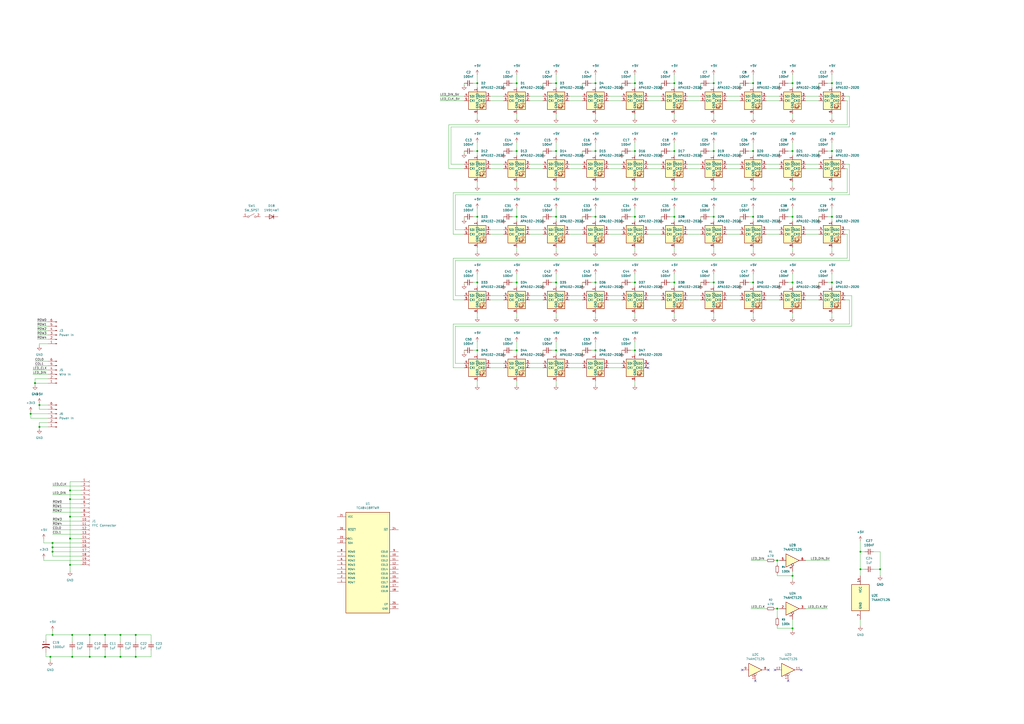
<source format=kicad_sch>
(kicad_sch (version 20250114) (generator "eeschema") (generator_version "9.0")
  (paper "A2")
  (title_block (title "O9 Control Head - Daughter Board") (date "2025-10-24") (rev "R1") (company "Hawthorne Dynamics") (comment 1 "Drawn By: Seth Smith"))
  (junction (at 52.07 381))
  (junction (at 391.16 163.83))
  (junction (at 482.6 163.83))
  (junction (at 345.44 87.63))
  (junction (at 78.74 368.3))
  (junction (at 368.3 125.73))
  (junction (at 459.74 48.26))
  (junction (at 510.54 330.2))
  (junction (at 276.86 203.2))
  (junction (at 40.64 289.56))
  (junction (at 450.85 325.12))
  (junction (at 414.02 48.26))
  (junction (at 322.58 163.83))
  (junction (at 30.48 317.5))
  (junction (at 436.88 125.73))
  (junction (at 391.16 125.73))
  (junction (at 41.91 381))
  (junction (at 436.88 48.26))
  (junction (at 322.58 87.63))
  (junction (at 482.6 48.26))
  (junction (at 17.78 240.03))
  (junction (at 345.44 203.2))
  (junction (at 20.32 222.25))
  (junction (at 78.74 381))
  (junction (at 322.58 125.73))
  (junction (at 436.88 163.83))
  (junction (at 414.02 125.73))
  (junction (at 368.3 48.26))
  (junction (at 345.44 163.83))
  (junction (at 276.86 125.73))
  (junction (at 368.3 163.83))
  (junction (at 499.11 320.04))
  (junction (at 29.21 381))
  (junction (at 459.74 125.73))
  (junction (at 482.6 87.63))
  (junction (at 299.72 48.26))
  (junction (at 368.3 203.2))
  (junction (at 40.64 284.48))
  (junction (at 391.16 48.26))
  (junction (at 368.3 87.63))
  (junction (at 52.07 368.3))
  (junction (at 60.96 381))
  (junction (at 299.72 203.2))
  (junction (at 322.58 203.2))
  (junction (at 69.85 381))
  (junction (at 69.85 368.3))
  (junction (at 60.96 368.3))
  (junction (at 459.74 364.49))
  (junction (at 345.44 125.73))
  (junction (at 22.86 234.95))
  (junction (at 450.85 353.06))
  (junction (at 391.16 87.63))
  (junction (at 30.48 368.3))
  (junction (at 459.74 163.83))
  (junction (at 22.86 247.65))
  (junction (at 299.72 163.83))
  (junction (at 276.86 163.83))
  (junction (at 30.48 314.96))
  (junction (at 299.72 87.63))
  (junction (at 482.6 125.73))
  (junction (at 41.91 368.3))
  (junction (at 276.86 48.26))
  (junction (at 40.64 327.66))
  (junction (at 345.44 48.26))
  (junction (at 459.74 87.63))
  (junction (at 499.11 330.2))
  (junction (at 414.02 163.83))
  (junction (at 40.64 299.72))
  (junction (at 322.58 48.26))
  (junction (at 276.86 87.63))
  (junction (at 414.02 87.63))
  (junction (at 30.48 320.04))
  (junction (at 459.74 334.01))
  (junction (at 436.88 87.63))
  (junction (at 40.64 312.42))
  (junction (at 299.72 125.73))
  (no_connect (at 457.2 394.97))
  (no_connect (at 438.15 394.97))
  (no_connect (at 375.92 210.82))
  (no_connect (at 445.77 388.62))
  (no_connect (at 430.53 388.62))
  (no_connect (at 449.58 388.62))
  (no_connect (at 375.92 213.36))
  (no_connect (at 464.82 388.62))
  (wire (pts (xy 322.58 181.61) (xy 322.58 184.15)))
  (wire (pts (xy 345.44 158.75) (xy 345.44 163.83)))
  (wire (pts (xy 383.54 87.63) (xy 383.54 88.9)))
  (wire (pts (xy 22.86 247.65) (xy 22.86 245.11)))
  (wire (pts (xy 26.67 381) (xy 29.21 381)))
  (wire (pts (xy 40.64 284.48) (xy 46.99 284.48)))
  (wire (pts (xy 391.16 87.63) (xy 391.16 90.17)))
  (wire (pts (xy 398.78 135.89) (xy 406.4 135.89)))
  (wire (pts (xy 22.86 233.68) (xy 22.86 234.95)))
  (wire (pts (xy 406.4 48.26) (xy 406.4 49.53)))
  (wire (pts (xy 330.2 55.88) (xy 337.82 55.88)))
  (wire (pts (xy 25.4 325.12) (xy 46.99 325.12)))
  (wire (pts (xy 284.48 135.89) (xy 292.1 135.89)))
  (wire (pts (xy 276.86 203.2) (xy 276.86 205.74)))
  (wire (pts (xy 274.32 48.26) (xy 276.86 48.26)))
  (wire (pts (xy 353.06 97.79) (xy 360.68 97.79)))
  (wire (pts (xy 284.48 173.99) (xy 292.1 173.99)))
  (wire (pts (xy 22.86 234.95) (xy 27.94 234.95)))
  (wire (pts (xy 482.6 158.75) (xy 482.6 163.83)))
  (wire (pts (xy 276.86 105.41) (xy 276.86 107.95)))
  (wire (pts (xy 21.59 194.31) (xy 27.94 194.31)))
  (wire (pts (xy 490.22 171.45) (xy 494.03 171.45)))
  (wire (pts (xy 398.78 95.25) (xy 406.4 95.25)))
  (wire (pts (xy 342.9 87.63) (xy 345.44 87.63)))
  (wire (pts (xy 406.4 125.73) (xy 406.4 127)))
  (wire (pts (xy 375.92 55.88) (xy 383.54 55.88)))
  (wire (pts (xy 20.32 219.71) (xy 20.32 222.25)))
  (wire (pts (xy 269.24 87.63) (xy 269.24 88.9)))
  (wire (pts (xy 320.04 48.26) (xy 322.58 48.26)))
  (wire (pts (xy 260.35 97.79) (xy 269.24 97.79)))
  (wire (pts (xy 411.48 125.73) (xy 414.02 125.73)))
  (wire (pts (xy 482.6 48.26) (xy 482.6 50.8)))
  (wire (pts (xy 499.11 313.69) (xy 499.11 320.04)))
  (wire (pts (xy 30.48 314.96) (xy 46.99 314.96)))
  (wire (pts (xy 459.74 143.51) (xy 459.74 146.05)))
  (wire (pts (xy 480.06 87.63) (xy 482.6 87.63)))
  (wire (pts (xy 491.49 72.39) (xy 260.35 72.39)))
  (wire (pts (xy 330.2 133.35) (xy 337.82 133.35)))
  (wire (pts (xy 368.3 120.65) (xy 368.3 125.73)))
  (wire (pts (xy 299.72 120.65) (xy 299.72 125.73)))
  (wire (pts (xy 482.6 82.55) (xy 482.6 87.63)))
  (wire (pts (xy 26.67 368.3) (xy 30.48 368.3)))
  (wire (pts (xy 491.49 58.42) (xy 491.49 72.39)))
  (wire (pts (xy 444.5 133.35) (xy 452.12 133.35)))
  (wire (pts (xy 307.34 213.36) (xy 314.96 213.36)))
  (wire (pts (xy 375.92 58.42) (xy 383.54 58.42)))
  (wire (pts (xy 345.44 143.51) (xy 345.44 146.05)))
  (wire (pts (xy 345.44 82.55) (xy 345.44 87.63)))
  (wire (pts (xy 299.72 220.98) (xy 299.72 223.52)))
  (wire (pts (xy 337.82 125.73) (xy 337.82 127)))
  (wire (pts (xy 337.82 87.63) (xy 337.82 88.9)))
  (wire (pts (xy 307.34 97.79) (xy 314.96 97.79)))
  (wire (pts (xy 262.89 135.89) (xy 262.89 111.76)))
  (wire (pts (xy 262.89 187.96) (xy 492.76 187.96)))
  (wire (pts (xy 276.86 66.04) (xy 276.86 68.58)))
  (wire (pts (xy 314.96 48.26) (xy 314.96 49.53)))
  (wire (pts (xy 276.86 87.63) (xy 276.86 90.17)))
  (wire (pts (xy 330.2 171.45) (xy 337.82 171.45)))
  (wire (pts (xy 480.06 48.26) (xy 482.6 48.26)))
  (wire (pts (xy 467.36 171.45) (xy 474.98 171.45)))
  (wire (pts (xy 436.88 87.63) (xy 436.88 90.17)))
  (wire (pts (xy 398.78 133.35) (xy 406.4 133.35)))
  (wire (pts (xy 297.18 163.83) (xy 299.72 163.83)))
  (wire (pts (xy 87.63 368.3) (xy 87.63 372.11)))
  (wire (pts (xy 414.02 82.55) (xy 414.02 87.63)))
  (wire (pts (xy 459.74 163.83) (xy 459.74 166.37)))
  (wire (pts (xy 491.49 149.86) (xy 491.49 135.89)))
  (wire (pts (xy 269.24 203.2) (xy 269.24 204.47)))
  (wire (pts (xy 30.48 368.3) (xy 41.91 368.3)))
  (wire (pts (xy 480.06 163.83) (xy 482.6 163.83)))
  (wire (pts (xy 411.48 87.63) (xy 414.02 87.63)))
  (wire (pts (xy 450.85 325.12) (xy 452.12 325.12)))
  (wire (pts (xy 17.78 240.03) (xy 27.94 240.03)))
  (wire (pts (xy 459.74 105.41) (xy 459.74 107.95)))
  (wire (pts (xy 274.32 125.73) (xy 276.86 125.73)))
  (wire (pts (xy 307.34 133.35) (xy 314.96 133.35)))
  (wire (pts (xy 492.76 151.13) (xy 264.16 151.13)))
  (wire (pts (xy 360.68 125.73) (xy 360.68 127)))
  (wire (pts (xy 20.32 222.25) (xy 20.32 223.52)))
  (wire (pts (xy 414.02 66.04) (xy 414.02 68.58)))
  (wire (pts (xy 261.62 73.66) (xy 492.76 73.66)))
  (wire (pts (xy 444.5 58.42) (xy 452.12 58.42)))
  (wire (pts (xy 353.06 171.45) (xy 360.68 171.45)))
  (wire (pts (xy 52.07 368.3) (xy 52.07 372.11)))
  (wire (pts (xy 25.4 323.85) (xy 25.4 325.12)))
  (wire (pts (xy 345.44 220.98) (xy 345.44 223.52)))
  (wire (pts (xy 320.04 203.2) (xy 322.58 203.2)))
  (wire (pts (xy 26.67 370.84) (xy 26.67 368.3)))
  (wire (pts (xy 375.92 97.79) (xy 383.54 97.79)))
  (wire (pts (xy 276.86 158.75) (xy 276.86 163.83)))
  (wire (pts (xy 345.44 105.41) (xy 345.44 107.95)))
  (wire (pts (xy 299.72 87.63) (xy 299.72 90.17)))
  (wire (pts (xy 353.06 58.42) (xy 360.68 58.42)))
  (wire (pts (xy 421.64 97.79) (xy 429.26 97.79)))
  (wire (pts (xy 20.32 212.09) (xy 27.94 212.09)))
  (wire (pts (xy 368.3 87.63) (xy 368.3 90.17)))
  (wire (pts (xy 421.64 133.35) (xy 429.26 133.35)))
  (wire (pts (xy 492.76 173.99) (xy 490.22 173.99)))
  (wire (pts (xy 276.86 125.73) (xy 276.86 128.27)))
  (wire (pts (xy 436.88 120.65) (xy 436.88 125.73)))
  (wire (pts (xy 276.86 120.65) (xy 276.86 125.73)))
  (wire (pts (xy 459.74 364.49) (xy 459.74 365.76)))
  (wire (pts (xy 457.2 48.26) (xy 459.74 48.26)))
  (wire (pts (xy 360.68 87.63) (xy 360.68 88.9)))
  (wire (pts (xy 269.24 125.73) (xy 269.24 127)))
  (wire (pts (xy 322.58 105.41) (xy 322.58 107.95)))
  (wire (pts (xy 499.11 359.41) (xy 499.11 363.22)))
  (wire (pts (xy 388.62 48.26) (xy 391.16 48.26)))
  (wire (pts (xy 459.74 181.61) (xy 459.74 184.15)))
  (wire (pts (xy 284.48 97.79) (xy 292.1 97.79)))
  (wire (pts (xy 40.64 299.72) (xy 40.64 312.42)))
  (wire (pts (xy 368.3 43.18) (xy 368.3 48.26)))
  (wire (pts (xy 30.48 297.18) (xy 46.99 297.18)))
  (wire (pts (xy 30.48 292.1) (xy 46.99 292.1)))
  (wire (pts (xy 436.88 48.26) (xy 436.88 50.8)))
  (wire (pts (xy 20.32 219.71) (xy 27.94 219.71)))
  (wire (pts (xy 41.91 377.19) (xy 41.91 381)))
  (wire (pts (xy 414.02 158.75) (xy 414.02 163.83)))
  (wire (pts (xy 434.34 87.63) (xy 436.88 87.63)))
  (wire (pts (xy 87.63 381) (xy 87.63 377.19)))
  (wire (pts (xy 375.92 133.35) (xy 383.54 133.35)))
  (wire (pts (xy 368.3 220.98) (xy 368.3 223.52)))
  (wire (pts (xy 307.34 55.88) (xy 314.96 55.88)))
  (wire (pts (xy 365.76 48.26) (xy 368.3 48.26)))
  (wire (pts (xy 314.96 203.2) (xy 314.96 204.47)))
  (wire (pts (xy 474.98 48.26) (xy 474.98 49.53)))
  (wire (pts (xy 40.64 327.66) (xy 46.99 327.66)))
  (wire (pts (xy 368.3 143.51) (xy 368.3 146.05)))
  (wire (pts (xy 60.96 368.3) (xy 69.85 368.3)))
  (wire (pts (xy 482.6 43.18) (xy 482.6 48.26)))
  (wire (pts (xy 262.89 213.36) (xy 262.89 187.96)))
  (wire (pts (xy 375.92 135.89) (xy 383.54 135.89)))
  (wire (pts (xy 262.89 149.86) (xy 491.49 149.86)))
  (wire (pts (xy 284.48 95.25) (xy 292.1 95.25)))
  (wire (pts (xy 292.1 125.73) (xy 292.1 127)))
  (wire (pts (xy 391.16 143.51) (xy 391.16 146.05)))
  (wire (pts (xy 78.74 381) (xy 87.63 381)))
  (wire (pts (xy 30.48 309.88) (xy 46.99 309.88)))
  (wire (pts (xy 414.02 43.18) (xy 414.02 48.26)))
  (wire (pts (xy 459.74 66.04) (xy 459.74 68.58)))
  (wire (pts (xy 22.86 200.66) (xy 22.86 199.39)))
  (wire (pts (xy 391.16 48.26) (xy 391.16 50.8)))
  (wire (pts (xy 360.68 203.2) (xy 360.68 204.47)))
  (wire (pts (xy 78.74 368.3) (xy 78.74 372.11)))
  (wire (pts (xy 297.18 125.73) (xy 299.72 125.73)))
  (wire (pts (xy 434.34 163.83) (xy 436.88 163.83)))
  (wire (pts (xy 342.9 48.26) (xy 345.44 48.26)))
  (wire (pts (xy 494.03 171.45) (xy 494.03 189.23)))
  (wire (pts (xy 25.4 312.42) (xy 25.4 314.96)))
  (wire (pts (xy 467.36 353.06) (xy 480.06 353.06)))
  (wire (pts (xy 398.78 55.88) (xy 406.4 55.88)))
  (wire (pts (xy 274.32 87.63) (xy 276.86 87.63)))
  (wire (pts (xy 391.16 105.41) (xy 391.16 107.95)))
  (wire (pts (xy 398.78 58.42) (xy 406.4 58.42)))
  (wire (pts (xy 467.36 55.88) (xy 474.98 55.88)))
  (wire (pts (xy 435.61 325.12) (xy 444.5 325.12)))
  (wire (pts (xy 274.32 163.83) (xy 276.86 163.83)))
  (wire (pts (xy 276.86 198.12) (xy 276.86 203.2)))
  (wire (pts (xy 506.73 320.04) (xy 510.54 320.04)))
  (wire (pts (xy 490.22 133.35) (xy 492.76 133.35)))
  (wire (pts (xy 322.58 220.98) (xy 322.58 223.52)))
  (wire (pts (xy 365.76 203.2) (xy 368.3 203.2)))
  (wire (pts (xy 25.4 314.96) (xy 30.48 314.96)))
  (wire (pts (xy 510.54 334.01) (xy 510.54 330.2)))
  (wire (pts (xy 322.58 198.12) (xy 322.58 203.2)))
  (wire (pts (xy 322.58 82.55) (xy 322.58 87.63)))
  (wire (pts (xy 490.22 95.25) (xy 492.76 95.25)))
  (wire (pts (xy 322.58 48.26) (xy 322.58 50.8)))
  (wire (pts (xy 299.72 82.55) (xy 299.72 87.63)))
  (wire (pts (xy 421.64 55.88) (xy 429.26 55.88)))
  (wire (pts (xy 375.92 95.25) (xy 383.54 95.25)))
  (wire (pts (xy 388.62 125.73) (xy 391.16 125.73)))
  (wire (pts (xy 414.02 143.51) (xy 414.02 146.05)))
  (wire (pts (xy 375.92 171.45) (xy 383.54 171.45)))
  (wire (pts (xy 269.24 48.26) (xy 269.24 49.53)))
  (wire (pts (xy 360.68 163.83) (xy 360.68 165.1)))
  (wire (pts (xy 255.27 58.42) (xy 269.24 58.42)))
  (wire (pts (xy 322.58 43.18) (xy 322.58 48.26)))
  (wire (pts (xy 46.99 279.4) (xy 40.64 279.4)))
  (wire (pts (xy 452.12 163.83) (xy 452.12 165.1)))
  (wire (pts (xy 264.16 171.45) (xy 269.24 171.45)))
  (wire (pts (xy 345.44 48.26) (xy 345.44 50.8)))
  (wire (pts (xy 391.16 120.65) (xy 391.16 125.73)))
  (wire (pts (xy 345.44 120.65) (xy 345.44 125.73)))
  (wire (pts (xy 19.05 214.63) (xy 27.94 214.63)))
  (wire (pts (xy 436.88 66.04) (xy 436.88 68.58)))
  (wire (pts (xy 474.98 125.73) (xy 474.98 127)))
  (wire (pts (xy 40.64 331.47) (xy 40.64 327.66)))
  (wire (pts (xy 264.16 133.35) (xy 269.24 133.35)))
  (wire (pts (xy 337.82 48.26) (xy 337.82 49.53)))
  (wire (pts (xy 284.48 213.36) (xy 292.1 213.36)))
  (wire (pts (xy 434.34 125.73) (xy 436.88 125.73)))
  (wire (pts (xy 40.64 279.4) (xy 40.64 284.48)))
  (wire (pts (xy 30.48 317.5) (xy 30.48 320.04)))
  (wire (pts (xy 264.16 210.82) (xy 269.24 210.82)))
  (wire (pts (xy 21.59 196.85) (xy 27.94 196.85)))
  (wire (pts (xy 444.5 171.45) (xy 452.12 171.45)))
  (wire (pts (xy 337.82 203.2) (xy 337.82 204.47)))
  (wire (pts (xy 459.74 125.73) (xy 459.74 128.27)))
  (wire (pts (xy 17.78 242.57) (xy 27.94 242.57)))
  (wire (pts (xy 30.48 307.34) (xy 46.99 307.34)))
  (wire (pts (xy 320.04 163.83) (xy 322.58 163.83)))
  (wire (pts (xy 452.12 125.73) (xy 452.12 127)))
  (wire (pts (xy 52.07 381) (xy 60.96 381)))
  (wire (pts (xy 353.06 95.25) (xy 360.68 95.25)))
  (wire (pts (xy 368.3 203.2) (xy 368.3 205.74)))
  (wire (pts (xy 322.58 203.2) (xy 322.58 205.74)))
  (wire (pts (xy 411.48 163.83) (xy 414.02 163.83)))
  (wire (pts (xy 436.88 82.55) (xy 436.88 87.63)))
  (wire (pts (xy 436.88 105.41) (xy 436.88 107.95)))
  (wire (pts (xy 284.48 210.82) (xy 292.1 210.82)))
  (wire (pts (xy 30.48 294.64) (xy 46.99 294.64)))
  (wire (pts (xy 330.2 58.42) (xy 337.82 58.42)))
  (wire (pts (xy 492.76 95.25) (xy 492.76 113.03)))
  (wire (pts (xy 276.86 163.83) (xy 276.86 166.37)))
  (wire (pts (xy 269.24 135.89) (xy 262.89 135.89)))
  (wire (pts (xy 345.44 125.73) (xy 345.44 128.27)))
  (wire (pts (xy 322.58 66.04) (xy 322.58 68.58)))
  (wire (pts (xy 353.06 213.36) (xy 360.68 213.36)))
  (wire (pts (xy 292.1 87.63) (xy 292.1 88.9)))
  (wire (pts (xy 414.02 105.41) (xy 414.02 107.95)))
  (wire (pts (xy 436.88 143.51) (xy 436.88 146.05)))
  (wire (pts (xy 30.48 322.58) (xy 46.99 322.58)))
  (wire (pts (xy 30.48 314.96) (xy 30.48 317.5)))
  (wire (pts (xy 322.58 87.63) (xy 322.58 90.17)))
  (wire (pts (xy 264.16 151.13) (xy 264.16 171.45)))
  (wire (pts (xy 22.86 234.95) (xy 22.86 237.49)))
  (wire (pts (xy 491.49 111.76) (xy 491.49 97.79)))
  (wire (pts (xy 40.64 289.56) (xy 46.99 289.56)))
  (wire (pts (xy 444.5 55.88) (xy 452.12 55.88)))
  (wire (pts (xy 297.18 87.63) (xy 299.72 87.63)))
  (wire (pts (xy 482.6 163.83) (xy 482.6 166.37)))
  (wire (pts (xy 40.64 289.56) (xy 40.64 299.72)))
  (wire (pts (xy 388.62 87.63) (xy 391.16 87.63)))
  (wire (pts (xy 436.88 181.61) (xy 436.88 184.15)))
  (wire (pts (xy 274.32 203.2) (xy 276.86 203.2)))
  (wire (pts (xy 444.5 135.89) (xy 452.12 135.89)))
  (wire (pts (xy 459.74 82.55) (xy 459.74 87.63)))
  (wire (pts (xy 30.48 317.5) (xy 46.99 317.5)))
  (wire (pts (xy 22.86 245.11) (xy 27.94 245.11)))
  (wire (pts (xy 353.06 135.89) (xy 360.68 135.89)))
  (wire (pts (xy 40.64 312.42) (xy 46.99 312.42)))
  (wire (pts (xy 435.61 353.06) (xy 444.5 353.06)))
  (wire (pts (xy 383.54 48.26) (xy 383.54 49.53)))
  (wire (pts (xy 459.74 120.65) (xy 459.74 125.73)))
  (wire (pts (xy 322.58 143.51) (xy 322.58 146.05)))
  (wire (pts (xy 30.48 304.8) (xy 46.99 304.8)))
  (wire (pts (xy 436.88 125.73) (xy 436.88 128.27)))
  (wire (pts (xy 398.78 173.99) (xy 406.4 173.99)))
  (wire (pts (xy 299.72 203.2) (xy 299.72 205.74)))
  (wire (pts (xy 260.35 72.39) (xy 260.35 97.79)))
  (wire (pts (xy 368.3 163.83) (xy 368.3 166.37)))
  (wire (pts (xy 436.88 43.18) (xy 436.88 48.26)))
  (wire (pts (xy 391.16 82.55) (xy 391.16 87.63)))
  (wire (pts (xy 330.2 173.99) (xy 337.82 173.99)))
  (wire (pts (xy 337.82 163.83) (xy 337.82 165.1)))
  (wire (pts (xy 342.9 125.73) (xy 345.44 125.73)))
  (wire (pts (xy 467.36 58.42) (xy 474.98 58.42)))
  (wire (pts (xy 510.54 330.2) (xy 506.73 330.2)))
  (wire (pts (xy 459.74 331.47) (xy 459.74 334.01)))
  (wire (pts (xy 345.44 203.2) (xy 345.44 205.74)))
  (wire (pts (xy 41.91 372.11) (xy 41.91 368.3)))
  (wire (pts (xy 368.3 158.75) (xy 368.3 163.83)))
  (wire (pts (xy 429.26 87.63) (xy 429.26 88.9)))
  (wire (pts (xy 482.6 143.51) (xy 482.6 146.05)))
  (wire (pts (xy 30.48 320.04) (xy 30.48 322.58)))
  (wire (pts (xy 368.3 48.26) (xy 368.3 50.8)))
  (wire (pts (xy 22.86 247.65) (xy 27.94 247.65)))
  (wire (pts (xy 449.58 325.12) (xy 450.85 325.12)))
  (wire (pts (xy 30.48 365.76) (xy 30.48 368.3)))
  (wire (pts (xy 307.34 210.82) (xy 314.96 210.82)))
  (wire (pts (xy 276.86 48.26) (xy 276.86 50.8)))
  (wire (pts (xy 69.85 368.3) (xy 78.74 368.3)))
  (wire (pts (xy 482.6 66.04) (xy 482.6 68.58)))
  (wire (pts (xy 492.76 187.96) (xy 492.76 173.99)))
  (wire (pts (xy 391.16 181.61) (xy 391.16 184.15)))
  (wire (pts (xy 299.72 143.51) (xy 299.72 146.05)))
  (wire (pts (xy 414.02 181.61) (xy 414.02 184.15)))
  (wire (pts (xy 255.27 55.88) (xy 269.24 55.88)))
  (wire (pts (xy 30.48 287.02) (xy 46.99 287.02)))
  (wire (pts (xy 414.02 163.83) (xy 414.02 166.37)))
  (wire (pts (xy 434.34 48.26) (xy 436.88 48.26)))
  (wire (pts (xy 41.91 368.3) (xy 52.07 368.3)))
  (wire (pts (xy 299.72 158.75) (xy 299.72 163.83)))
  (wire (pts (xy 52.07 377.19) (xy 52.07 381)))
  (wire (pts (xy 269.24 213.36) (xy 262.89 213.36)))
  (wire (pts (xy 383.54 163.83) (xy 383.54 165.1)))
  (wire (pts (xy 429.26 125.73) (xy 429.26 127)))
  (wire (pts (xy 69.85 377.19) (xy 69.85 381)))
  (wire (pts (xy 450.85 358.14) (xy 450.85 353.06)))
  (wire (pts (xy 457.2 87.63) (xy 459.74 87.63)))
  (wire (pts (xy 78.74 368.3) (xy 87.63 368.3)))
  (wire (pts (xy 450.85 325.12) (xy 450.85 327.66)))
  (wire (pts (xy 26.67 378.46) (xy 26.67 381)))
  (wire (pts (xy 368.3 181.61) (xy 368.3 184.15)))
  (wire (pts (xy 20.32 222.25) (xy 27.94 222.25)))
  (wire (pts (xy 320.04 125.73) (xy 322.58 125.73)))
  (wire (pts (xy 499.11 320.04) (xy 501.65 320.04)))
  (wire (pts (xy 330.2 95.25) (xy 337.82 95.25)))
  (wire (pts (xy 20.32 209.55) (xy 27.94 209.55)))
  (wire (pts (xy 276.86 220.98) (xy 276.86 223.52)))
  (wire (pts (xy 17.78 238.76) (xy 17.78 240.03)))
  (wire (pts (xy 345.44 66.04) (xy 345.44 68.58)))
  (wire (pts (xy 299.72 43.18) (xy 299.72 48.26)))
  (wire (pts (xy 322.58 120.65) (xy 322.58 125.73)))
  (wire (pts (xy 22.86 199.39) (xy 27.94 199.39)))
  (wire (pts (xy 322.58 125.73) (xy 322.58 128.27)))
  (wire (pts (xy 499.11 330.2) (xy 499.11 334.01)))
  (wire (pts (xy 365.76 87.63) (xy 368.3 87.63)))
  (wire (pts (xy 510.54 320.04) (xy 510.54 330.2)))
  (wire (pts (xy 450.85 353.06) (xy 452.12 353.06)))
  (wire (pts (xy 21.59 191.77) (xy 27.94 191.77)))
  (wire (pts (xy 436.88 163.83) (xy 436.88 166.37)))
  (wire (pts (xy 492.76 113.03) (xy 264.16 113.03)))
  (wire (pts (xy 467.36 133.35) (xy 474.98 133.35)))
  (wire (pts (xy 457.2 163.83) (xy 459.74 163.83)))
  (wire (pts (xy 322.58 158.75) (xy 322.58 163.83)))
  (wire (pts (xy 69.85 381) (xy 78.74 381)))
  (wire (pts (xy 345.44 198.12) (xy 345.44 203.2)))
  (wire (pts (xy 29.21 383.54) (xy 29.21 381)))
  (wire (pts (xy 474.98 87.63) (xy 474.98 88.9)))
  (wire (pts (xy 307.34 95.25) (xy 314.96 95.25)))
  (wire (pts (xy 391.16 163.83) (xy 391.16 166.37)))
  (wire (pts (xy 450.85 364.49) (xy 459.74 364.49)))
  (wire (pts (xy 398.78 97.79) (xy 406.4 97.79)))
  (wire (pts (xy 414.02 120.65) (xy 414.02 125.73)))
  (wire (pts (xy 353.06 133.35) (xy 360.68 133.35)))
  (wire (pts (xy 499.11 330.2) (xy 501.65 330.2)))
  (wire (pts (xy 459.74 48.26) (xy 459.74 50.8)))
  (wire (pts (xy 21.59 186.69) (xy 27.94 186.69)))
  (wire (pts (xy 307.34 171.45) (xy 314.96 171.45)))
  (wire (pts (xy 449.58 353.06) (xy 450.85 353.06)))
  (wire (pts (xy 391.16 66.04) (xy 391.16 68.58)))
  (wire (pts (xy 299.72 181.61) (xy 299.72 184.15)))
  (wire (pts (xy 269.24 173.99) (xy 262.89 173.99)))
  (wire (pts (xy 264.16 189.23) (xy 264.16 210.82)))
  (wire (pts (xy 444.5 173.99) (xy 452.12 173.99)))
  (wire (pts (xy 421.64 135.89) (xy 429.26 135.89)))
  (wire (pts (xy 436.88 158.75) (xy 436.88 163.83)))
  (wire (pts (xy 411.48 48.26) (xy 414.02 48.26)))
  (wire (pts (xy 467.36 97.79) (xy 474.98 97.79)))
  (wire (pts (xy 368.3 105.41) (xy 368.3 107.95)))
  (wire (pts (xy 491.49 135.89) (xy 490.22 135.89)))
  (wire (pts (xy 30.48 320.04) (xy 46.99 320.04)))
  (wire (pts (xy 69.85 368.3) (xy 69.85 372.11)))
  (wire (pts (xy 342.9 203.2) (xy 345.44 203.2)))
  (wire (pts (xy 21.59 189.23) (xy 27.94 189.23)))
  (wire (pts (xy 482.6 125.73) (xy 482.6 128.27)))
  (wire (pts (xy 40.64 299.72) (xy 46.99 299.72)))
  (wire (pts (xy 30.48 302.26) (xy 46.99 302.26)))
  (wire (pts (xy 284.48 133.35) (xy 292.1 133.35)))
  (wire (pts (xy 365.76 125.73) (xy 368.3 125.73)))
  (wire (pts (xy 482.6 105.41) (xy 482.6 107.95)))
  (wire (pts (xy 491.49 97.79) (xy 490.22 97.79)))
  (wire (pts (xy 299.72 125.73) (xy 299.72 128.27)))
  (wire (pts (xy 29.21 381) (xy 41.91 381)))
  (wire (pts (xy 459.74 43.18) (xy 459.74 48.26)))
  (wire (pts (xy 414.02 125.73) (xy 414.02 128.27)))
  (wire (pts (xy 284.48 55.88) (xy 292.1 55.88)))
  (wire (pts (xy 314.96 125.73) (xy 314.96 127)))
  (wire (pts (xy 482.6 87.63) (xy 482.6 90.17)))
  (wire (pts (xy 307.34 173.99) (xy 314.96 173.99)))
  (wire (pts (xy 492.76 55.88) (xy 490.22 55.88)))
  (wire (pts (xy 297.18 203.2) (xy 299.72 203.2)))
  (wire (pts (xy 40.64 312.42) (xy 40.64 327.66)))
  (wire (pts (xy 299.72 198.12) (xy 299.72 203.2)))
  (wire (pts (xy 22.86 248.92) (xy 22.86 247.65)))
  (wire (pts (xy 41.91 381) (xy 52.07 381)))
  (wire (pts (xy 284.48 171.45) (xy 292.1 171.45)))
  (wire (pts (xy 297.18 48.26) (xy 299.72 48.26)))
  (wire (pts (xy 450.85 332.74) (xy 450.85 334.01)))
  (wire (pts (xy 292.1 48.26) (xy 292.1 49.53)))
  (wire (pts (xy 391.16 125.73) (xy 391.16 128.27)))
  (wire (pts (xy 19.05 217.17) (xy 27.94 217.17)))
  (wire (pts (xy 499.11 320.04) (xy 499.11 330.2)))
  (wire (pts (xy 467.36 325.12) (xy 481.33 325.12)))
  (wire (pts (xy 261.62 95.25) (xy 261.62 73.66)))
  (wire (pts (xy 452.12 48.26) (xy 452.12 49.53)))
  (wire (pts (xy 457.2 125.73) (xy 459.74 125.73)))
  (wire (pts (xy 330.2 210.82) (xy 337.82 210.82)))
  (wire (pts (xy 492.76 73.66) (xy 492.76 55.88)))
  (wire (pts (xy 459.74 87.63) (xy 459.74 90.17)))
  (wire (pts (xy 22.86 237.49) (xy 27.94 237.49)))
  (wire (pts (xy 269.24 163.83) (xy 269.24 165.1)))
  (wire (pts (xy 391.16 158.75) (xy 391.16 163.83)))
  (wire (pts (xy 368.3 66.04) (xy 368.3 68.58)))
  (wire (pts (xy 17.78 240.03) (xy 17.78 242.57)))
  (wire (pts (xy 299.72 105.41) (xy 299.72 107.95)))
  (wire (pts (xy 375.92 173.99) (xy 383.54 173.99)))
  (wire (pts (xy 452.12 87.63) (xy 452.12 88.9)))
  (wire (pts (xy 388.62 163.83) (xy 391.16 163.83)))
  (wire (pts (xy 322.58 163.83) (xy 322.58 166.37)))
  (wire (pts (xy 444.5 95.25) (xy 452.12 95.25)))
  (wire (pts (xy 307.34 135.89) (xy 314.96 135.89)))
  (wire (pts (xy 276.86 143.51) (xy 276.86 146.05)))
  (wire (pts (xy 492.76 133.35) (xy 492.76 151.13)))
  (wire (pts (xy 345.44 181.61) (xy 345.44 184.15)))
  (wire (pts (xy 299.72 66.04) (xy 299.72 68.58)))
  (wire (pts (xy 345.44 43.18) (xy 345.44 48.26)))
  (wire (pts (xy 414.02 48.26) (xy 414.02 50.8)))
  (wire (pts (xy 480.06 125.73) (xy 482.6 125.73)))
  (wire (pts (xy 276.86 82.55) (xy 276.86 87.63)))
  (wire (pts (xy 40.64 284.48) (xy 40.64 289.56)))
  (wire (pts (xy 262.89 173.99) (xy 262.89 149.86)))
  (wire (pts (xy 307.34 58.42) (xy 314.96 58.42)))
  (wire (pts (xy 330.2 213.36) (xy 337.82 213.36)))
  (wire (pts (xy 482.6 181.61) (xy 482.6 184.15)))
  (wire (pts (xy 262.89 111.76) (xy 491.49 111.76)))
  (wire (pts (xy 467.36 95.25) (xy 474.98 95.25)))
  (wire (pts (xy 429.26 163.83) (xy 429.26 165.1)))
  (wire (pts (xy 276.86 181.61) (xy 276.86 184.15)))
  (wire (pts (xy 292.1 163.83) (xy 292.1 165.1)))
  (wire (pts (xy 299.72 48.26) (xy 299.72 50.8)))
  (wire (pts (xy 60.96 381) (xy 69.85 381)))
  (wire (pts (xy 450.85 363.22) (xy 450.85 364.49)))
  (wire (pts (xy 467.36 135.89) (xy 474.98 135.89)))
  (wire (pts (xy 421.64 95.25) (xy 429.26 95.25)))
  (wire (pts (xy 398.78 171.45) (xy 406.4 171.45)))
  (wire (pts (xy 450.85 334.01) (xy 459.74 334.01)))
  (wire (pts (xy 421.64 171.45) (xy 429.26 171.45)))
  (wire (pts (xy 353.06 210.82) (xy 360.68 210.82)))
  (wire (pts (xy 368.3 198.12) (xy 368.3 203.2)))
  (wire (pts (xy 269.24 95.25) (xy 261.62 95.25)))
  (wire (pts (xy 360.68 48.26) (xy 360.68 49.53)))
  (wire (pts (xy 30.48 281.94) (xy 46.99 281.94)))
  (wire (pts (xy 330.2 135.89) (xy 337.82 135.89)))
  (wire (pts (xy 345.44 163.83) (xy 345.44 166.37)))
  (wire (pts (xy 330.2 97.79) (xy 337.82 97.79)))
  (wire (pts (xy 353.06 55.88) (xy 360.68 55.88)))
  (wire (pts (xy 345.44 87.63) (xy 345.44 90.17)))
  (wire (pts (xy 320.04 87.63) (xy 322.58 87.63)))
  (wire (pts (xy 368.3 82.55) (xy 368.3 87.63)))
  (wire (pts (xy 383.54 125.73) (xy 383.54 127)))
  (wire (pts (xy 406.4 163.83) (xy 406.4 165.1)))
  (wire (pts (xy 490.22 58.42) (xy 491.49 58.42)))
  (wire (pts (xy 482.6 120.65) (xy 482.6 125.73)))
  (wire (pts (xy 474.98 163.83) (xy 474.98 165.1)))
  (wire (pts (xy 299.72 163.83) (xy 299.72 166.37)))
  (wire (pts (xy 368.3 125.73) (xy 368.3 128.27)))
  (wire (pts (xy 60.96 368.3) (xy 60.96 372.11)))
  (wire (pts (xy 292.1 203.2) (xy 292.1 204.47)))
  (wire (pts (xy 264.16 113.03) (xy 264.16 133.35)))
  (wire (pts (xy 459.74 158.75) (xy 459.74 163.83)))
  (wire (pts (xy 276.86 43.18) (xy 276.86 48.26)))
  (wire (pts (xy 365.76 163.83) (xy 368.3 163.83)))
  (wire (pts (xy 459.74 359.41) (xy 459.74 364.49)))
  (wire (pts (xy 353.06 173.99) (xy 360.68 173.99)))
  (wire (pts (xy 459.74 334.01) (xy 459.74 336.55)))
  (wire (pts (xy 52.07 368.3) (xy 60.96 368.3)))
  (wire (pts (xy 314.96 87.63) (xy 314.96 88.9)))
  (wire (pts (xy 342.9 163.83) (xy 345.44 163.83)))
  (wire (pts (xy 421.64 173.99) (xy 429.26 173.99)))
  (wire (pts (xy 406.4 87.63) (xy 406.4 88.9)))
  (wire (pts (xy 391.16 43.18) (xy 391.16 48.26)))
  (wire (pts (xy 284.48 58.42) (xy 292.1 58.42)))
  (wire (pts (xy 429.26 48.26) (xy 429.26 49.53)))
  (wire (pts (xy 421.64 58.42) (xy 429.26 58.42)))
  (wire (pts (xy 314.96 163.83) (xy 314.96 165.1)))
  (wire (pts (xy 467.36 173.99) (xy 474.98 173.99)))
  (wire (pts (xy 444.5 97.79) (xy 452.12 97.79)))
  (wire (pts (xy 78.74 377.19) (xy 78.74 381)))
  (wire (pts (xy 494.03 189.23) (xy 264.16 189.23)))
  (wire (pts (xy 60.96 377.19) (xy 60.96 381)))
  (wire (pts (xy 414.02 87.63) (xy 414.02 90.17)))
  (label "LED_CLK" (at 30.48 281.94 0))
  (label "ROW3" (at 30.48 302.26 0))
  (label "ROW4" (at 21.59 196.85 0))
  (label "ROW2" (at 21.59 191.77 0))
  (label "LED_DIN_5V" (at 481.33 325.12 180))
  (label "LED_DIN_5V" (at 255.27 55.88 0))
  (label "COL0" (at 30.48 307.34 0))
  (label "ROW4" (at 30.48 304.8 0))
  (label "LED_DIN" (at 30.48 287.02 0))
  (label "COL0" (at 20.32 209.55 0))
  (label "LED_CLK_5V" (at 255.27 58.42 0))
  (label "COL1" (at 20.32 212.09 0))
  (label "ROW1" (at 21.59 189.23 0))
  (label "ROW0" (at 21.59 186.69 0))
  (label "ROW2" (at 30.48 297.18 0))
  (label "ROW3" (at 21.59 194.31 0))
  (label "LED_CLK" (at 19.05 214.63 0))
  (label "LED_CLK_5V" (at 480.06 353.06 180))
  (label "ROW1" (at 30.48 294.64 0))
  (label "COL1" (at 30.48 309.88 0))
  (label "ROW0" (at 30.48 292.1 0))
  (label "LED_DIN" (at 19.05 217.17 0))
  (label "LED_DIN" (at 435.61 325.12 0))
  (label "LED_CLK" (at 435.61 353.06 0))
  (symbol (lib_id "power:+5V") (at 299.72 158.75 0) (unit 1)
    (property "Reference" "#PWR0110" (effects (hide yes)))
    (property "Value" "+5V" (at 299.72 153.67 0))
    (property "Description" "Power symbol creates a global label with name \"+5V\"" (effects (hide yes)))
  )
  (symbol (lib_id "power:GND") (at 406.4 127 0) (unit 1)
    (property "Reference" "#PWR094" (effects (hide yes)))
    (property "Value" "GND" (effects (hide yes)))
    (property "Description" "Power symbol creates a global label with name \"GND\" , ground" (effects (hide yes)))
  )
  (symbol (lib_id "LED:APA102-2020") (at 345.44 97.79 0) (unit 1)
    (property "Reference" "D15" (at 347.5833 87.63 0) (effects (justify left)))
    (property "Value" "APA102-2020" (at 347.5833 90.17 0) (effects (justify left)))
    (property "Footprint" "LED_SMD:LED-APA102-2020" (effects (hide yes)))
    (property "Datasheet" "http://www.led-color.com/upload/201604/APA102-2020%20SMD%20LED.pdf" (effects (hide yes)))
    (property "Description" "RGB LED with integrated controller" (effects (hide yes)))
  )
  (symbol (lib_id "power:GND") (at 459.74 365.76 0) (unit 1)
    (property "Reference" "#PWR067" (effects (hide yes)))
    (property "Value" "GND" (effects (hide yes)))
    (property "Description" "Power symbol creates a global label with name \"GND\" , ground" (effects (hide yes)))
  )
  (symbol (lib_id "Device:C_Small") (at 363.22 48.26 90) (unit 1)
    (property "Reference" "C5" (at 363.2263 41.91 90))
    (property "Value" "100nF" (at 363.2263 44.45 90))
    (property "Footprint" "Capacitor_SMD:C_0603_1608Metric_Pad1.08x0.95mm_HandSolder" (effects (hide yes)))
    (property "Description" "Unpolarized capacitor, small symbol" (effects (hide yes)))
  )
  (symbol (lib_id "power:GND") (at 510.54 334.01 0) (unit 1)
    (property "Reference" "#PWR066" (effects (hide yes)))
    (property "Value" "GND" (at 510.54 339.09 0))
    (property "Description" "Power symbol creates a global label with name \"GND\" , ground" (effects (hide yes)))
  )
  (symbol (lib_id "power:GND") (at 391.16 107.95 0) (unit 1)
    (property "Reference" "#PWR052" (effects (hide yes)))
    (property "Value" "GND" (effects (hide yes)))
    (property "Description" "Power symbol creates a global label with name \"GND\" , ground" (effects (hide yes)))
  )
  (symbol (lib_id "power:GND") (at 474.98 127 0) (unit 1)
    (property "Reference" "#PWR0103" (effects (hide yes)))
    (property "Value" "GND" (effects (hide yes)))
    (property "Description" "Power symbol creates a global label with name \"GND\" , ground" (effects (hide yes)))
  )
  (symbol (lib_id "Device:C_Small") (at 408.94 48.26 90) (unit 1)
    (property "Reference" "C7" (at 408.9463 41.91 90))
    (property "Value" "100nF" (at 408.9463 44.45 90))
    (property "Footprint" "Capacitor_SMD:C_0603_1608Metric_Pad1.08x0.95mm_HandSolder" (effects (hide yes)))
    (property "Description" "Unpolarized capacitor, small symbol" (effects (hide yes)))
  )
  (symbol (lib_id "power:GND") (at 276.86 223.52 0) (unit 1)
    (property "Reference" "#PWR0138" (effects (hide yes)))
    (property "Value" "GND" (effects (hide yes)))
    (property "Description" "Power symbol creates a global label with name \"GND\" , ground" (effects (hide yes)))
  )
  (symbol (lib_id "power:+5V") (at 322.58 43.18 0) (unit 1)
    (property "Reference" "#PWR010" (effects (hide yes)))
    (property "Value" "+5V" (at 322.58 38.1 0))
    (property "Description" "Power symbol creates a global label with name \"+5V\"" (effects (hide yes)))
  )
  (symbol (lib_id "power:GND") (at 276.86 146.05 0) (unit 1)
    (property "Reference" "#PWR074" (effects (hide yes)))
    (property "Value" "GND" (effects (hide yes)))
    (property "Description" "Power symbol creates a global label with name \"GND\" , ground" (effects (hide yes)))
  )
  (symbol (lib_id "power:+5V") (at 391.16 82.55 0) (unit 1)
    (property "Reference" "#PWR051" (effects (hide yes)))
    (property "Value" "+5V" (at 391.16 77.47 0))
    (property "Description" "Power symbol creates a global label with name \"+5V\"" (effects (hide yes)))
  )
  (symbol (lib_id "LED:APA102-2020") (at 459.74 97.79 0) (unit 1)
    (property "Reference" "D21" (at 461.8833 87.63 0) (effects (justify left)))
    (property "Value" "APA102-2020" (at 461.8833 90.17 0) (effects (justify left)))
    (property "Footprint" "LED_SMD:LED-APA102-2020" (effects (hide yes)))
    (property "Datasheet" "http://www.led-color.com/upload/201604/APA102-2020%20SMD%20LED.pdf" (effects (hide yes)))
    (property "Description" "RGB LED with integrated controller" (effects (hide yes)))
  )
  (symbol (lib_id "Device:C_Small") (at 431.8 87.63 90) (unit 1)
    (property "Reference" "C26" (at 431.8063 81.28 90))
    (property "Value" "100nF" (at 431.8063 83.82 90))
    (property "Footprint" "Capacitor_SMD:C_0603_1608Metric_Pad1.08x0.95mm_HandSolder" (effects (hide yes)))
    (property "Description" "Unpolarized capacitor, small symbol" (effects (hide yes)))
  )
  (symbol (lib_id "power:+5V") (at 299.72 43.18 0) (unit 1)
    (property "Reference" "#PWR06" (effects (hide yes)))
    (property "Value" "+5V" (at 299.72 38.1 0))
    (property "Description" "Power symbol creates a global label with name \"+5V\"" (effects (hide yes)))
  )
  (symbol (lib_id "Device:C_Small") (at 340.36 125.73 90) (unit 1)
    (property "Reference" "C33" (at 340.3663 119.38 90))
    (property "Value" "100nF" (at 340.3663 121.92 90))
    (property "Footprint" "Capacitor_SMD:C_0603_1608Metric_Pad1.08x0.95mm_HandSolder" (effects (hide yes)))
    (property "Description" "Unpolarized capacitor, small symbol" (effects (hide yes)))
  )
  (symbol (lib_id "power:GND") (at 436.88 68.58 0) (unit 1)
    (property "Reference" "#PWR026" (effects (hide yes)))
    (property "Value" "GND" (effects (hide yes)))
    (property "Description" "Power symbol creates a global label with name \"GND\" , ground" (effects (hide yes)))
  )
  (symbol (lib_id "Device:R_Small") (at 450.85 330.2 180) (unit 1)
    (property "Reference" "R4" (at 453.39 328.9299 0) (effects (font (size 1.016 1.016)) (justify right)))
    (property "Value" "100k" (at 453.39 331.4699 0) (effects (justify right)))
    (property "Footprint" "Resistor_SMD:R_0603_1608Metric_Pad0.98x0.95mm_HandSolder" (effects (hide yes)))
    (property "Description" "Resistor, small symbol" (effects (hide yes)))
  )
  (symbol (lib_id "Device:C_Small") (at 454.66 87.63 90) (unit 1)
    (property "Reference" "C28" (at 454.6663 81.28 90))
    (property "Value" "100nF" (at 454.6663 83.82 90))
    (property "Footprint" "Capacitor_SMD:C_0603_1608Metric_Pad1.08x0.95mm_HandSolder" (effects (hide yes)))
    (property "Description" "Unpolarized capacitor, small symbol" (effects (hide yes)))
  )
  (symbol (lib_id "Connector:Conn_01x06_Pin") (at 33.02 242.57 180) (unit 1)
    (property "Reference" "J6" (at 34.29 240.0299 0) (effects (justify right)))
    (property "Value" "Power In" (at 34.29 242.5699 0) (effects (justify right)))
    (property "Footprint" "Library:SolderWire-0.5sqmm_1x06_P4.8mm_D0.9mm_OD2.3mm" (effects (hide yes)))
    (property "Description" "Generic connector, single row, 01x06, script generated" (effects (hide yes)))
  )
  (symbol (lib_id "power:+5V") (at 368.3 158.75 0) (unit 1)
    (property "Reference" "#PWR0119" (effects (hide yes)))
    (property "Value" "+5V" (at 368.3 153.67 0))
    (property "Description" "Power symbol creates a global label with name \"+5V\"" (effects (hide yes)))
  )
  (symbol (lib_id "power:GND") (at 383.54 49.53 0) (unit 1)
    (property "Reference" "#PWR018" (effects (hide yes)))
    (property "Value" "GND" (effects (hide yes)))
    (property "Description" "Power symbol creates a global label with name \"GND\" , ground" (effects (hide yes)))
  )
  (symbol (lib_id "power:GND") (at 269.24 88.9 0) (unit 1)
    (property "Reference" "#PWR035" (effects (hide yes)))
    (property "Value" "GND" (effects (hide yes)))
    (property "Description" "Power symbol creates a global label with name \"GND\" , ground" (effects (hide yes)))
  )
  (symbol (lib_id "LED:APA102-2020") (at 459.74 58.42 0) (unit 1)
    (property "Reference" "D9" (at 461.8833 48.26 0) (effects (justify left)))
    (property "Value" "APA102-2020" (at 461.8833 50.8 0) (effects (justify left)))
    (property "Footprint" "LED_SMD:LED-APA102-2020" (effects (hide yes)))
    (property "Datasheet" "http://www.led-color.com/upload/201604/APA102-2020%20SMD%20LED.pdf" (effects (hide yes)))
    (property "Description" "RGB LED with integrated controller" (effects (hide yes)))
  )
  (symbol (lib_id "power:GND") (at 314.96 127 0) (unit 1)
    (property "Reference" "#PWR082" (effects (hide yes)))
    (property "Value" "GND" (effects (hide yes)))
    (property "Description" "Power symbol creates a global label with name \"GND\" , ground" (effects (hide yes)))
  )
  (symbol (lib_id "power:+5V") (at 322.58 120.65 0) (unit 1)
    (property "Reference" "#PWR083" (effects (hide yes)))
    (property "Value" "+5V" (at 322.58 115.57 0))
    (property "Description" "Power symbol creates a global label with name \"+5V\"" (effects (hide yes)))
  )
  (symbol (lib_id "Device:R_Small") (at 447.04 353.06 90) (unit 1)
    (property "Reference" "R2" (at 447.04 347.98 90) (effects (font (size 1.016 1.016))))
    (property "Value" "47R" (at 447.04 350.52 90))
    (property "Footprint" "Resistor_SMD:R_0603_1608Metric_Pad0.98x0.95mm_HandSolder" (effects (hide yes)))
    (property "Description" "Resistor, small symbol" (effects (hide yes)))
  )
  (symbol (lib_id "Device:C_Small") (at 363.22 163.83 90) (unit 1)
    (property "Reference" "C44" (at 363.2263 157.48 90))
    (property "Value" "100nF" (at 363.2263 160.02 90))
    (property "Footprint" "Capacitor_SMD:C_0603_1608Metric_Pad1.08x0.95mm_HandSolder" (effects (hide yes)))
    (property "Description" "Unpolarized capacitor, small symbol" (effects (hide yes)))
  )
  (symbol (lib_id "power:+5V") (at 345.44 82.55 0) (unit 1)
    (property "Reference" "#PWR045" (effects (hide yes)))
    (property "Value" "+5V" (at 345.44 77.47 0))
    (property "Description" "Power symbol creates a global label with name \"+5V\"" (effects (hide yes)))
  )
  (symbol (lib_id "power:+5V") (at 276.86 82.55 0) (unit 1)
    (property "Reference" "#PWR036" (effects (hide yes)))
    (property "Value" "+5V" (at 276.86 77.47 0))
    (property "Description" "Power symbol creates a global label with name \"+5V\"" (effects (hide yes)))
  )
  (symbol (lib_id "power:+5V") (at 459.74 120.65 0) (unit 1)
    (property "Reference" "#PWR0101" (effects (hide yes)))
    (property "Value" "+5V" (at 459.74 115.57 0))
    (property "Description" "Power symbol creates a global label with name \"+5V\"" (effects (hide yes)))
  )
  (symbol (lib_id "LED:APA102-2020") (at 391.16 135.89 0) (unit 1)
    (property "Reference" "D28" (at 393.3033 125.73 0) (effects (justify left)))
    (property "Value" "APA102-2020" (at 393.3033 128.27 0) (effects (justify left)))
    (property "Footprint" "LED_SMD:LED-APA102-2020" (effects (hide yes)))
    (property "Datasheet" "http://www.led-color.com/upload/201604/APA102-2020%20SMD%20LED.pdf" (effects (hide yes)))
    (property "Description" "RGB LED with integrated controller" (effects (hide yes)))
  )
  (symbol (lib_id "power:+5V") (at 299.72 198.12 0) (unit 1)
    (property "Reference" "#PWR0140" (effects (hide yes)))
    (property "Value" "+5V" (at 299.72 193.04 0))
    (property "Description" "Power symbol creates a global label with name \"+5V\"" (effects (hide yes)))
  )
  (symbol (lib_id "power:GND") (at 292.1 165.1 0) (unit 1)
    (property "Reference" "#PWR0109" (effects (hide yes)))
    (property "Value" "GND" (effects (hide yes)))
    (property "Description" "Power symbol creates a global label with name \"GND\" , ground" (effects (hide yes)))
  )
  (symbol (lib_id "power:GND") (at 414.02 107.95 0) (unit 1)
    (property "Reference" "#PWR055" (effects (hide yes)))
    (property "Value" "GND" (effects (hide yes)))
    (property "Description" "Power symbol creates a global label with name \"GND\" , ground" (effects (hide yes)))
  )
  (symbol (lib_id "power:+5V") (at 482.6 43.18 0) (unit 1)
    (property "Reference" "#PWR033" (effects (hide yes)))
    (property "Value" "+5V" (at 482.6 38.1 0))
    (property "Description" "Power symbol creates a global label with name \"+5V\"" (effects (hide yes)))
  )
  (symbol (lib_id "Device:C_Small") (at 271.78 163.83 90) (unit 1)
    (property "Reference" "C40" (at 271.7863 157.48 90))
    (property "Value" "100nF" (at 271.7863 160.02 90))
    (property "Footprint" "Capacitor_SMD:C_0603_1608Metric_Pad1.08x0.95mm_HandSolder" (effects (hide yes)))
    (property "Description" "Unpolarized capacitor, small symbol" (effects (hide yes)))
  )
  (symbol (lib_id "power:GND") (at 29.21 383.54 0) (unit 1)
    (property "Reference" "#PWR062" (effects (hide yes)))
    (property "Value" "GND" (at 29.21 388.62 0))
    (property "Description" "Power symbol creates a global label with name \"GND\" , ground" (effects (hide yes)))
  )
  (symbol (lib_id "LED:APA102-2020") (at 368.3 213.36 0) (unit 1)
    (property "Reference" "D47" (at 370.4433 203.2 0) (effects (justify left)))
    (property "Value" "APA102-2020" (at 370.4433 205.74 0) (effects (justify left)))
    (property "Footprint" "LED_SMD:LED-APA102-2020" (effects (hide yes)))
    (property "Datasheet" "http://www.led-color.com/upload/201604/APA102-2020%20SMD%20LED.pdf" (effects (hide yes)))
    (property "Description" "RGB LED with integrated controller" (effects (hide yes)))
  )
  (symbol (lib_id "power:+5V") (at 322.58 198.12 0) (unit 1)
    (property "Reference" "#PWR0143" (effects (hide yes)))
    (property "Value" "+5V" (at 322.58 193.04 0))
    (property "Description" "Power symbol creates a global label with name \"+5V\"" (effects (hide yes)))
  )
  (symbol (lib_id "power:GND") (at 292.1 88.9 0) (unit 1)
    (property "Reference" "#PWR038" (effects (hide yes)))
    (property "Value" "GND" (effects (hide yes)))
    (property "Description" "Power symbol creates a global label with name \"GND\" , ground" (effects (hide yes)))
  )
  (symbol (lib_id "power:GND") (at 322.58 223.52 0) (unit 1)
    (property "Reference" "#PWR0144" (effects (hide yes)))
    (property "Value" "GND" (effects (hide yes)))
    (property "Description" "Power symbol creates a global label with name \"GND\" , ground" (effects (hide yes)))
  )
  (symbol (lib_id "power:GND") (at 314.96 49.53 0) (unit 1)
    (property "Reference" "#PWR08" (effects (hide yes)))
    (property "Value" "GND" (effects (hide yes)))
    (property "Description" "Power symbol creates a global label with name \"GND\" , ground" (effects (hide yes)))
  )
  (symbol (lib_id "power:GND") (at 276.86 184.15 0) (unit 1)
    (property "Reference" "#PWR0108" (effects (hide yes)))
    (property "Value" "GND" (effects (hide yes)))
    (property "Description" "Power symbol creates a global label with name \"GND\" , ground" (effects (hide yes)))
  )
  (symbol (lib_id "Device:C_Small") (at 340.36 87.63 90) (unit 1)
    (property "Reference" "C16" (at 340.3663 81.28 90))
    (property "Value" "100nF" (at 340.3663 83.82 90))
    (property "Footprint" "Capacitor_SMD:C_0603_1608Metric_Pad1.08x0.95mm_HandSolder" (effects (hide yes)))
    (property "Description" "Unpolarized capacitor, small symbol" (effects (hide yes)))
  )
  (symbol (lib_id "power:+5V") (at 482.6 158.75 0) (unit 1)
    (property "Reference" "#PWR0134" (effects (hide yes)))
    (property "Value" "+5V" (at 482.6 153.67 0))
    (property "Description" "Power symbol creates a global label with name \"+5V\"" (effects (hide yes)))
  )
  (symbol (lib_id "LED:APA102-2020") (at 414.02 58.42 0) (unit 1)
    (property "Reference" "D7" (at 416.1633 48.26 0) (effects (justify left)))
    (property "Value" "APA102-2020" (at 416.1633 50.8 0) (effects (justify left)))
    (property "Footprint" "LED_SMD:LED-APA102-2020" (effects (hide yes)))
    (property "Datasheet" "http://www.led-color.com/upload/201604/APA102-2020%20SMD%20LED.pdf" (effects (hide yes)))
    (property "Description" "RGB LED with integrated controller" (effects (hide yes)))
  )
  (symbol (lib_id "power:+5V") (at 459.74 43.18 0) (unit 1)
    (property "Reference" "#PWR030" (effects (hide yes)))
    (property "Value" "+5V" (at 459.74 38.1 0))
    (property "Description" "Power symbol creates a global label with name \"+5V\"" (effects (hide yes)))
  )
  (symbol (lib_id "power:+5V") (at 276.86 120.65 0) (unit 1)
    (property "Reference" "#PWR073" (effects (hide yes)))
    (property "Value" "+5V" (at 276.86 115.57 0))
    (property "Description" "Power symbol creates a global label with name \"+5V\"" (effects (hide yes)))
  )
  (symbol (lib_id "Device:C_Small") (at 271.78 125.73 90) (unit 1)
    (property "Reference" "C30" (at 271.7863 119.38 90))
    (property "Value" "100nF" (at 271.7863 121.92 90))
    (property "Footprint" "Capacitor_SMD:C_0603_1608Metric_Pad1.08x0.95mm_HandSolder" (effects (hide yes)))
    (property "Description" "Unpolarized capacitor, small symbol" (effects (hide yes)))
  )
  (symbol (lib_id "power:GND") (at 368.3 107.95 0) (unit 1)
    (property "Reference" "#PWR049" (effects (hide yes)))
    (property "Value" "GND" (effects (hide yes)))
    (property "Description" "Power symbol creates a global label with name \"GND\" , ground" (effects (hide yes)))
  )
  (symbol (lib_id "power:GND") (at 406.4 165.1 0) (unit 1)
    (property "Reference" "#PWR0124" (effects (hide yes)))
    (property "Value" "GND" (effects (hide yes)))
    (property "Description" "Power symbol creates a global label with name \"GND\" , ground" (effects (hide yes)))
  )
  (symbol (lib_id "LED:APA102-2020") (at 368.3 97.79 0) (unit 1)
    (property "Reference" "D16" (at 370.4433 87.63 0) (effects (justify left)))
    (property "Value" "APA102-2020" (at 370.4433 90.17 0) (effects (justify left)))
    (property "Footprint" "LED_SMD:LED-APA102-2020" (effects (hide yes)))
    (property "Datasheet" "http://www.led-color.com/upload/201604/APA102-2020%20SMD%20LED.pdf" (effects (hide yes)))
    (property "Description" "RGB LED with integrated controller" (effects (hide yes)))
  )
  (symbol (lib_id "Device:C_Small") (at 386.08 163.83 90) (unit 1)
    (property "Reference" "C45" (at 386.0863 157.48 90))
    (property "Value" "100nF" (at 386.0863 160.02 90))
    (property "Footprint" "Capacitor_SMD:C_0603_1608Metric_Pad1.08x0.95mm_HandSolder" (effects (hide yes)))
    (property "Description" "Unpolarized capacitor, small symbol" (effects (hide yes)))
  )
  (symbol (lib_id "power:GND") (at 459.74 146.05 0) (unit 1)
    (property "Reference" "#PWR0102" (effects (hide yes)))
    (property "Value" "GND" (effects (hide yes)))
    (property "Description" "Power symbol creates a global label with name \"GND\" , ground" (effects (hide yes)))
  )
  (symbol (lib_id "power:GND") (at 314.96 204.47 0) (unit 1)
    (property "Reference" "#PWR0142" (effects (hide yes)))
    (property "Value" "GND" (effects (hide yes)))
    (property "Description" "Power symbol creates a global label with name \"GND\" , ground" (effects (hide yes)))
  )
  (symbol (lib_id "power:GND") (at 360.68 204.47 0) (unit 1)
    (property "Reference" "#PWR0148" (effects (hide yes)))
    (property "Value" "GND" (effects (hide yes)))
    (property "Description" "Power symbol creates a global label with name \"GND\" , ground" (effects (hide yes)))
  )
  (symbol (lib_id "Device:C_Small") (at 454.66 48.26 90) (unit 1)
    (property "Reference" "C9" (at 454.6663 41.91 90))
    (property "Value" "100nF" (at 454.6663 44.45 90))
    (property "Footprint" "Capacitor_SMD:C_0603_1608Metric_Pad1.08x0.95mm_HandSolder" (effects (hide yes)))
    (property "Description" "Unpolarized capacitor, small symbol" (effects (hide yes)))
  )
  (symbol (lib_id "LED:APA102-2020") (at 276.86 173.99 0) (unit 1)
    (property "Reference" "D33" (at 279.0033 163.83 0) (effects (justify left)))
    (property "Value" "APA102-2020" (at 279.0033 166.37 0) (effects (justify left)))
    (property "Footprint" "LED_SMD:LED-APA102-2020" (effects (hide yes)))
    (property "Datasheet" "http://www.led-color.com/upload/201604/APA102-2020%20SMD%20LED.pdf" (effects (hide yes)))
    (property "Description" "RGB LED with integrated controller" (effects (hide yes)))
  )
  (symbol (lib_id "LED:APA102-2020") (at 345.44 173.99 0) (unit 1)
    (property "Reference" "D36" (at 347.5833 163.83 0) (effects (justify left)))
    (property "Value" "APA102-2020" (at 347.5833 166.37 0) (effects (justify left)))
    (property "Footprint" "LED_SMD:LED-APA102-2020" (effects (hide yes)))
    (property "Datasheet" "http://www.led-color.com/upload/201604/APA102-2020%20SMD%20LED.pdf" (effects (hide yes)))
    (property "Description" "RGB LED with integrated controller" (effects (hide yes)))
  )
  (symbol (lib_id "power:GND") (at 368.3 223.52 0) (unit 1)
    (property "Reference" "#PWR0150" (effects (hide yes)))
    (property "Value" "GND" (effects (hide yes)))
    (property "Description" "Power symbol creates a global label with name \"GND\" , ground" (effects (hide yes)))
  )
  (symbol (lib_id "power:GND") (at 459.74 336.55 0) (unit 1)
    (property "Reference" "#PWR068" (effects (hide yes)))
    (property "Value" "GND" (effects (hide yes)))
    (property "Description" "Power symbol creates a global label with name \"GND\" , ground" (effects (hide yes)))
  )
  (symbol (lib_id "Device:C_Small") (at 504.19 320.04 90) (unit 1)
    (property "Reference" "C27" (at 504.1963 313.69 90))
    (property "Value" "100nF" (at 504.1963 316.23 90))
    (property "Footprint" "Capacitor_SMD:C_0603_1608Metric_Pad1.08x0.95mm_HandSolder" (effects (hide yes)))
    (property "Description" "Unpolarized capacitor, small symbol" (effects (hide yes)))
  )
  (symbol (lib_id "Device:C_Small") (at 431.8 163.83 90) (unit 1)
    (property "Reference" "C47" (at 431.8063 157.48 90))
    (property "Value" "100nF" (at 431.8063 160.02 90))
    (property "Footprint" "Capacitor_SMD:C_0603_1608Metric_Pad1.08x0.95mm_HandSolder" (effects (hide yes)))
    (property "Description" "Unpolarized capacitor, small symbol" (effects (hide yes)))
  )
  (symbol (lib_id "Device:C_Small") (at 294.64 48.26 90) (unit 1)
    (property "Reference" "C1" (at 294.6463 41.91 90))
    (property "Value" "100nF" (at 294.6463 44.45 90))
    (property "Footprint" "Capacitor_SMD:C_0603_1608Metric_Pad1.08x0.95mm_HandSolder" (effects (hide yes)))
    (property "Description" "Unpolarized capacitor, small symbol" (effects (hide yes)))
  )
  (symbol (lib_id "power:GND") (at 269.24 204.47 0) (unit 1)
    (property "Reference" "#PWR0136" (effects (hide yes)))
    (property "Value" "GND" (effects (hide yes)))
    (property "Description" "Power symbol creates a global label with name \"GND\" , ground" (effects (hide yes)))
  )
  (symbol (lib_id "LED:APA102-2020") (at 276.86 213.36 0) (unit 1)
    (property "Reference" "D43" (at 279.0033 203.2 0) (effects (justify left)))
    (property "Value" "APA102-2020" (at 279.0033 205.74 0) (effects (justify left)))
    (property "Footprint" "LED_SMD:LED-APA102-2020" (effects (hide yes)))
    (property "Datasheet" "http://www.led-color.com/upload/201604/APA102-2020%20SMD%20LED.pdf" (effects (hide yes)))
    (property "Description" "RGB LED with integrated controller" (effects (hide yes)))
  )
  (symbol (lib_id "Device:C_Small") (at 52.07 374.65 180) (unit 1)
    (property "Reference" "C10" (at 54.61 373.3735 0) (effects (justify right)))
    (property "Value" "1uF" (at 54.61 375.9135 0) (effects (justify right)))
    (property "Footprint" "Capacitor_SMD:C_0603_1608Metric_Pad1.08x0.95mm_HandSolder" (effects (hide yes)))
    (property "Description" "Unpolarized capacitor, small symbol" (effects (hide yes)))
  )
  (symbol (lib_id "74xx:74AHCT125") (at 459.74 325.12 0) (unit 2)
    (property "Reference" "U2" (at 459.74 316.23 0))
    (property "Value" "74AHCT125" (at 459.74 318.77 0))
    (property "Footprint" "Package_SO:SOIC-14_3.9x8.7mm_P1.27mm" (effects (hide yes)))
    (property "Datasheet" "https://www.ti.com/lit/ds/symlink/sn74ahct125.pdf" (effects (hide yes)))
    (property "Description" "Quadruple Bus Buffer Gates With 3-State Outputs" (effects (hide yes)))
  )
  (symbol (lib_id "Switch:SW_SPST") (at 146.05 125.73 0) (unit 1)
    (property "Reference" "SW1" (at 146.05 119.38 0))
    (property "Value" "SW_SPST" (at 146.05 121.92 0))
    (property "Footprint" "Button_Switch_SMD:SW_SPST_TL3342" (effects (hide yes)))
    (property "Description" "Single Pole Single Throw (SPST) switch" (effects (hide yes)))
  )
  (symbol (lib_id "LED:APA102-2020") (at 391.16 173.99 0) (unit 1)
    (property "Reference" "D38" (at 393.3033 163.83 0) (effects (justify left)))
    (property "Value" "APA102-2020" (at 393.3033 166.37 0) (effects (justify left)))
    (property "Footprint" "LED_SMD:LED-APA102-2020" (effects (hide yes)))
    (property "Datasheet" "http://www.led-color.com/upload/201604/APA102-2020%20SMD%20LED.pdf" (effects (hide yes)))
    (property "Description" "RGB LED with integrated controller" (effects (hide yes)))
  )
  (symbol (lib_id "power:+5V") (at 414.02 158.75 0) (unit 1)
    (property "Reference" "#PWR0125" (effects (hide yes)))
    (property "Value" "+5V" (at 414.02 153.67 0))
    (property "Description" "Power symbol creates a global label with name \"+5V\"" (effects (hide yes)))
  )
  (symbol (lib_id "Device:C_Small") (at 294.64 163.83 90) (unit 1)
    (property "Reference" "C41" (at 294.6463 157.48 90))
    (property "Value" "100nF" (at 294.6463 160.02 90))
    (property "Footprint" "Capacitor_SMD:C_0603_1608Metric_Pad1.08x0.95mm_HandSolder" (effects (hide yes)))
    (property "Description" "Unpolarized capacitor, small symbol" (effects (hide yes)))
  )
  (symbol (lib_id "Device:C_Small") (at 454.66 163.83 90) (unit 1)
    (property "Reference" "C48" (at 454.6663 157.48 90))
    (property "Value" "100nF" (at 454.6663 160.02 90))
    (property "Footprint" "Capacitor_SMD:C_0603_1608Metric_Pad1.08x0.95mm_HandSolder" (effects (hide yes)))
    (property "Description" "Unpolarized capacitor, small symbol" (effects (hide yes)))
  )
  (symbol (lib_id "power:GND") (at 383.54 88.9 0) (unit 1)
    (property "Reference" "#PWR050" (effects (hide yes)))
    (property "Value" "GND" (effects (hide yes)))
    (property "Description" "Power symbol creates a global label with name \"GND\" , ground" (effects (hide yes)))
  )
  (symbol (lib_id "Device:C_Small") (at 271.78 87.63 90) (unit 1)
    (property "Reference" "C13" (at 271.7863 81.28 90))
    (property "Value" "100nF" (at 271.7863 83.82 90))
    (property "Footprint" "Capacitor_SMD:C_0603_1608Metric_Pad1.08x0.95mm_HandSolder" (effects (hide yes)))
    (property "Description" "Unpolarized capacitor, small symbol" (effects (hide yes)))
  )
  (symbol (lib_id "Device:C_Small") (at 363.22 87.63 90) (unit 1)
    (property "Reference" "C17" (at 363.2263 81.28 90))
    (property "Value" "100nF" (at 363.2263 83.82 90))
    (property "Footprint" "Capacitor_SMD:C_0603_1608Metric_Pad1.08x0.95mm_HandSolder" (effects (hide yes)))
    (property "Description" "Unpolarized capacitor, small symbol" (effects (hide yes)))
  )
  (symbol (lib_id "power:GND") (at 345.44 146.05 0) (unit 1)
    (property "Reference" "#PWR087" (effects (hide yes)))
    (property "Value" "GND" (effects (hide yes)))
    (property "Description" "Power symbol creates a global label with name \"GND\" , ground" (effects (hide yes)))
  )
  (symbol (lib_id "power:GND") (at 360.68 165.1 0) (unit 1)
    (property "Reference" "#PWR0118" (effects (hide yes)))
    (property "Value" "GND" (effects (hide yes)))
    (property "Description" "Power symbol creates a global label with name \"GND\" , ground" (effects (hide yes)))
  )
  (symbol (lib_id "LED:APA102-2020") (at 322.58 135.89 0) (unit 1)
    (property "Reference" "D25" (at 324.7233 125.73 0) (effects (justify left)))
    (property "Value" "APA102-2020" (at 324.7233 128.27 0) (effects (justify left)))
    (property "Footprint" "LED_SMD:LED-APA102-2020" (effects (hide yes)))
    (property "Datasheet" "http://www.led-color.com/upload/201604/APA102-2020%20SMD%20LED.pdf" (effects (hide yes)))
    (property "Description" "RGB LED with integrated controller" (effects (hide yes)))
  )
  (symbol (lib_id "power:GND") (at 299.72 68.58 0) (unit 1)
    (property "Reference" "#PWR07" (effects (hide yes)))
    (property "Value" "GND" (effects (hide yes)))
    (property "Description" "Power symbol creates a global label with name \"GND\" , ground" (effects (hide yes)))
  )
  (symbol (lib_id "power:GND") (at 452.12 88.9 0) (unit 1)
    (property "Reference" "#PWR059" (effects (hide yes)))
    (property "Value" "GND" (effects (hide yes)))
    (property "Description" "Power symbol creates a global label with name \"GND\" , ground" (effects (hide yes)))
  )
  (symbol (lib_id "power:GND") (at 368.3 184.15 0) (unit 1)
    (property "Reference" "#PWR0120" (effects (hide yes)))
    (property "Value" "GND" (effects (hide yes)))
    (property "Description" "Power symbol creates a global label with name \"GND\" , ground" (effects (hide yes)))
  )
  (symbol (lib_id "LED:APA102-2020") (at 299.72 97.79 0) (unit 1)
    (property "Reference" "D13" (at 301.8633 87.63 0) (effects (justify left)))
    (property "Value" "APA102-2020" (at 301.8633 90.17 0) (effects (justify left)))
    (property "Footprint" "LED_SMD:LED-APA102-2020" (effects (hide yes)))
    (property "Datasheet" "http://www.led-color.com/upload/201604/APA102-2020%20SMD%20LED.pdf" (effects (hide yes)))
    (property "Description" "RGB LED with integrated controller" (effects (hide yes)))
  )
  (symbol (lib_id "power:GND") (at 322.58 184.15 0) (unit 1)
    (property "Reference" "#PWR0114" (effects (hide yes)))
    (property "Value" "GND" (effects (hide yes)))
    (property "Description" "Power symbol creates a global label with name \"GND\" , ground" (effects (hide yes)))
  )
  (symbol (lib_id "Device:C_Small") (at 340.36 203.2 90) (unit 1)
    (property "Reference" "C53" (at 340.3663 196.85 90))
    (property "Value" "100nF" (at 340.3663 199.39 90))
    (property "Footprint" "Capacitor_SMD:C_0603_1608Metric_Pad1.08x0.95mm_HandSolder" (effects (hide yes)))
    (property "Description" "Unpolarized capacitor, small symbol" (effects (hide yes)))
  )
  (symbol (lib_id "74xx:74AHCT125") (at 499.11 346.71 0) (unit 5)
    (property "Reference" "U2" (at 505.46 345.4399 0) (effects (justify left)))
    (property "Value" "74AHCT125" (at 505.46 347.9799 0) (effects (justify left)))
    (property "Footprint" "Package_SO:SOIC-14_3.9x8.7mm_P1.27mm" (effects (hide yes)))
    (property "Datasheet" "https://www.ti.com/lit/ds/symlink/sn74ahct125.pdf" (effects (hide yes)))
    (property "Description" "Quadruple Bus Buffer Gates With 3-State Outputs" (effects (hide yes)))
  )
  (symbol (lib_id "power:GND") (at 436.88 184.15 0) (unit 1)
    (property "Reference" "#PWR0129" (effects (hide yes)))
    (property "Value" "GND" (effects (hide yes)))
    (property "Description" "Power symbol creates a global label with name \"GND\" , ground" (effects (hide yes)))
  )
  (symbol (lib_id "Device:C_Small") (at 317.5 163.83 90) (unit 1)
    (property "Reference" "C42" (at 317.5063 157.48 90))
    (property "Value" "100nF" (at 317.5063 160.02 90))
    (property "Footprint" "Capacitor_SMD:C_0603_1608Metric_Pad1.08x0.95mm_HandSolder" (effects (hide yes)))
    (property "Description" "Unpolarized capacitor, small symbol" (effects (hide yes)))
  )
  (symbol (lib_id "Device:C_Small") (at 78.74 374.65 180) (unit 1)
    (property "Reference" "C22" (at 81.28 373.3735 0) (effects (justify right)))
    (property "Value" "1uF" (at 81.28 375.9135 0) (effects (justify right)))
    (property "Footprint" "Capacitor_SMD:C_0603_1608Metric_Pad1.08x0.95mm_HandSolder" (effects (hide yes)))
    (property "Description" "Unpolarized capacitor, small symbol" (effects (hide yes)))
  )
  (symbol (lib_id "LED:APA102-2020") (at 368.3 173.99 0) (unit 1)
    (property "Reference" "D37" (at 370.4433 163.83 0) (effects (justify left)))
    (property "Value" "APA102-2020" (at 370.4433 166.37 0) (effects (justify left)))
    (property "Footprint" "LED_SMD:LED-APA102-2020" (effects (hide yes)))
    (property "Datasheet" "http://www.led-color.com/upload/201604/APA102-2020%20SMD%20LED.pdf" (effects (hide yes)))
    (property "Description" "RGB LED with integrated controller" (effects (hide yes)))
  )
  (symbol (lib_id "Device:C_Small") (at 340.36 163.83 90) (unit 1)
    (property "Reference" "C43" (at 340.3663 157.48 90))
    (property "Value" "100nF" (at 340.3663 160.02 90))
    (property "Footprint" "Capacitor_SMD:C_0603_1608Metric_Pad1.08x0.95mm_HandSolder" (effects (hide yes)))
    (property "Description" "Unpolarized capacitor, small symbol" (effects (hide yes)))
  )
  (symbol (lib_id "LED:APA102-2020") (at 482.6 135.89 0) (unit 1)
    (property "Reference" "D32" (at 484.7433 125.73 0) (effects (justify left)))
    (property "Value" "APA102-2020" (at 484.7433 128.27 0) (effects (justify left)))
    (property "Footprint" "LED_SMD:LED-APA102-2020" (effects (hide yes)))
    (property "Datasheet" "http://www.led-color.com/upload/201604/APA102-2020%20SMD%20LED.pdf" (effects (hide yes)))
    (property "Description" "RGB LED with integrated controller" (effects (hide yes)))
  )
  (symbol (lib_id "power:GND") (at 360.68 49.53 0) (unit 1)
    (property "Reference" "#PWR015" (effects (hide yes)))
    (property "Value" "GND" (effects (hide yes)))
    (property "Description" "Power symbol creates a global label with name \"GND\" , ground" (effects (hide yes)))
  )
  (symbol (lib_id "power:GND") (at 383.54 165.1 0) (unit 1)
    (property "Reference" "#PWR0121" (effects (hide yes)))
    (property "Value" "GND" (effects (hide yes)))
    (property "Description" "Power symbol creates a global label with name \"GND\" , ground" (effects (hide yes)))
  )
  (symbol (lib_id "LED:APA102-2020") (at 482.6 173.99 0) (unit 1)
    (property "Reference" "D42" (at 484.7433 163.83 0) (effects (justify left)))
    (property "Value" "APA102-2020" (at 484.7433 166.37 0) (effects (justify left)))
    (property "Footprint" "LED_SMD:LED-APA102-2020" (effects (hide yes)))
    (property "Datasheet" "http://www.led-color.com/upload/201604/APA102-2020%20SMD%20LED.pdf" (effects (hide yes)))
    (property "Description" "RGB LED with integrated controller" (effects (hide yes)))
  )
  (symbol (lib_id "power:GND") (at 482.6 68.58 0) (unit 1)
    (property "Reference" "#PWR034" (effects (hide yes)))
    (property "Value" "GND" (effects (hide yes)))
    (property "Description" "Power symbol creates a global label with name \"GND\" , ground" (effects (hide yes)))
  )
  (symbol (lib_id "power:+5V") (at 499.11 313.69 0) (unit 1)
    (property "Reference" "#PWR065" (effects (hide yes)))
    (property "Value" "+5V" (at 499.11 308.61 0))
    (property "Description" "Power symbol creates a global label with name \"+5V\"" (effects (hide yes)))
  )
  (symbol (lib_id "power:GND") (at 345.44 107.95 0) (unit 1)
    (property "Reference" "#PWR046" (effects (hide yes)))
    (property "Value" "GND" (effects (hide yes)))
    (property "Description" "Power symbol creates a global label with name \"GND\" , ground" (effects (hide yes)))
  )
  (symbol (lib_id "74xx:74AHCT125") (at 438.15 388.62 0) (unit 3)
    (property "Reference" "U2" (at 438.15 379.73 0))
    (property "Value" "74AHCT125" (at 438.15 382.27 0))
    (property "Footprint" "Package_SO:SOIC-14_3.9x8.7mm_P1.27mm" (effects (hide yes)))
    (property "Datasheet" "https://www.ti.com/lit/ds/symlink/sn74ahct125.pdf" (effects (hide yes)))
    (property "Description" "Quadruple Bus Buffer Gates With 3-State Outputs" (effects (hide yes)))
  )
  (symbol (lib_id "Device:R_Small") (at 450.85 360.68 180) (unit 1)
    (property "Reference" "R3" (at 453.39 359.4099 0) (effects (font (size 1.016 1.016)) (justify right)))
    (property "Value" "100k" (at 453.39 361.9499 0) (effects (justify right)))
    (property "Footprint" "Resistor_SMD:R_0603_1608Metric_Pad0.98x0.95mm_HandSolder" (effects (hide yes)))
    (property "Description" "Resistor, small symbol" (effects (hide yes)))
  )
  (symbol (lib_id "power:GND") (at 436.88 146.05 0) (unit 1)
    (property "Reference" "#PWR099" (effects (hide yes)))
    (property "Value" "GND" (effects (hide yes)))
    (property "Description" "Power symbol creates a global label with name \"GND\" , ground" (effects (hide yes)))
  )
  (symbol (lib_id "power:GND") (at 269.24 127 0) (unit 1)
    (property "Reference" "#PWR072" (effects (hide yes)))
    (property "Value" "GND" (effects (hide yes)))
    (property "Description" "Power symbol creates a global label with name \"GND\" , ground" (effects (hide yes)))
  )
  (symbol (lib_id "power:+5V") (at 391.16 120.65 0) (unit 1)
    (property "Reference" "#PWR092" (effects (hide yes)))
    (property "Value" "+5V" (at 391.16 115.57 0))
    (property "Description" "Power symbol creates a global label with name \"+5V\"" (effects (hide yes)))
  )
  (symbol (lib_id "power:GND") (at 314.96 165.1 0) (unit 1)
    (property "Reference" "#PWR0112" (effects (hide yes)))
    (property "Value" "GND" (effects (hide yes)))
    (property "Description" "Power symbol creates a global label with name \"GND\" , ground" (effects (hide yes)))
  )
  (symbol (lib_id "power:GND") (at 383.54 127 0) (unit 1)
    (property "Reference" "#PWR091" (effects (hide yes)))
    (property "Value" "GND" (effects (hide yes)))
    (property "Description" "Power symbol creates a global label with name \"GND\" , ground" (effects (hide yes)))
  )
  (symbol (lib_id "Device:C_Small") (at 317.5 87.63 90) (unit 1)
    (property "Reference" "C15" (at 317.5063 81.28 90))
    (property "Value" "100nF" (at 317.5063 83.82 90))
    (property "Footprint" "Capacitor_SMD:C_0603_1608Metric_Pad1.08x0.95mm_HandSolder" (effects (hide yes)))
    (property "Description" "Unpolarized capacitor, small symbol" (effects (hide yes)))
  )
  (symbol (lib_id "Device:C_Small") (at 408.94 163.83 90) (unit 1)
    (property "Reference" "C46" (at 408.9463 157.48 90))
    (property "Value" "100nF" (at 408.9463 160.02 90))
    (property "Footprint" "Capacitor_SMD:C_0603_1608Metric_Pad1.08x0.95mm_HandSolder" (effects (hide yes)))
    (property "Description" "Unpolarized capacitor, small symbol" (effects (hide yes)))
  )
  (symbol (lib_id "power:+5V") (at 368.3 198.12 0) (unit 1)
    (property "Reference" "#PWR0149" (effects (hide yes)))
    (property "Value" "+5V" (at 368.3 193.04 0))
    (property "Description" "Power symbol creates a global label with name \"+5V\"" (effects (hide yes)))
  )
  (symbol (lib_id "Device:C_Small") (at 408.94 125.73 90) (unit 1)
    (property "Reference" "C36" (at 408.9463 119.38 90))
    (property "Value" "100nF" (at 408.9463 121.92 90))
    (property "Footprint" "Capacitor_SMD:C_0603_1608Metric_Pad1.08x0.95mm_HandSolder" (effects (hide yes)))
    (property "Description" "Unpolarized capacitor, small symbol" (effects (hide yes)))
  )
  (symbol (lib_id "Device:C_Small") (at 431.8 48.26 90) (unit 1)
    (property "Reference" "C8" (at 431.8063 41.91 90))
    (property "Value" "100nF" (at 431.8063 44.45 90))
    (property "Footprint" "Capacitor_SMD:C_0603_1608Metric_Pad1.08x0.95mm_HandSolder" (effects (hide yes)))
    (property "Description" "Unpolarized capacitor, small symbol" (effects (hide yes)))
  )
  (symbol (lib_id "power:+5V") (at 345.44 198.12 0) (unit 1)
    (property "Reference" "#PWR0146" (effects (hide yes)))
    (property "Value" "+5V" (at 345.44 193.04 0))
    (property "Description" "Power symbol creates a global label with name \"+5V\"" (effects (hide yes)))
  )
  (symbol (lib_id "LED:APA102-2020") (at 299.72 173.99 0) (unit 1)
    (property "Reference" "D34" (at 301.8633 163.83 0) (effects (justify left)))
    (property "Value" "APA102-2020" (at 301.8633 166.37 0) (effects (justify left)))
    (property "Footprint" "LED_SMD:LED-APA102-2020" (effects (hide yes)))
    (property "Datasheet" "http://www.led-color.com/upload/201604/APA102-2020%20SMD%20LED.pdf" (effects (hide yes)))
    (property "Description" "RGB LED with integrated controller" (effects (hide yes)))
  )
  (symbol (lib_id "Device:C_Polarized_US") (at 26.67 374.65 0) (unit 1)
    (property "Reference" "C19" (at 30.48 372.7449 0) (effects (justify left)))
    (property "Value" "1000uF" (at 30.48 375.2849 0) (effects (justify left)))
    (property "Footprint" "Capacitor_SMD:CP_Elec_8x6.7" (effects (hide yes)))
    (property "Description" "Polarized capacitor, US symbol" (effects (hide yes)))
  )
  (symbol (lib_id "power:GND") (at 299.72 146.05 0) (unit 1)
    (property "Reference" "#PWR081" (effects (hide yes)))
    (property "Value" "GND" (effects (hide yes)))
    (property "Description" "Power symbol creates a global label with name \"GND\" , ground" (effects (hide yes)))
  )
  (symbol (lib_id "power:+5V") (at 345.44 43.18 0) (unit 1)
    (property "Reference" "#PWR013" (effects (hide yes)))
    (property "Value" "+5V" (at 345.44 38.1 0))
    (property "Description" "Power symbol creates a global label with name \"+5V\"" (effects (hide yes)))
  )
  (symbol (lib_id "power:GND") (at 482.6 107.95 0) (unit 1)
    (property "Reference" "#PWR071" (effects (hide yes)))
    (property "Value" "GND" (effects (hide yes)))
    (property "Description" "Power symbol creates a global label with name \"GND\" , ground" (effects (hide yes)))
  )
  (symbol (lib_id "LED:APA102-2020") (at 436.88 135.89 0) (unit 1)
    (property "Reference" "D30" (at 439.0233 125.73 0) (effects (justify left)))
    (property "Value" "APA102-2020" (at 439.0233 128.27 0) (effects (justify left)))
    (property "Footprint" "LED_SMD:LED-APA102-2020" (effects (hide yes)))
    (property "Datasheet" "http://www.led-color.com/upload/201604/APA102-2020%20SMD%20LED.pdf" (effects (hide yes)))
    (property "Description" "RGB LED with integrated controller" (effects (hide yes)))
  )
  (symbol (lib_id "LED:APA102-2020") (at 299.72 213.36 0) (unit 1)
    (property "Reference" "D44" (at 301.8633 203.2 0) (effects (justify left)))
    (property "Value" "APA102-2020" (at 301.8633 205.74 0) (effects (justify left)))
    (property "Footprint" "LED_SMD:LED-APA102-2020" (effects (hide yes)))
    (property "Datasheet" "http://www.led-color.com/upload/201604/APA102-2020%20SMD%20LED.pdf" (effects (hide yes)))
    (property "Description" "RGB LED with integrated controller" (effects (hide yes)))
  )
  (symbol (lib_id "Device:C_Small") (at 60.96 374.65 180) (unit 1)
    (property "Reference" "C11" (at 63.5 373.3735 0) (effects (justify right)))
    (property "Value" "1uF" (at 63.5 375.9135 0) (effects (justify right)))
    (property "Footprint" "Capacitor_SMD:C_0603_1608Metric_Pad1.08x0.95mm_HandSolder" (effects (hide yes)))
    (property "Description" "Unpolarized capacitor, small symbol" (effects (hide yes)))
  )
  (symbol (lib_id "power:GND") (at 391.16 146.05 0) (unit 1)
    (property "Reference" "#PWR093" (effects (hide yes)))
    (property "Value" "GND" (effects (hide yes)))
    (property "Description" "Power symbol creates a global label with name \"GND\" , ground" (effects (hide yes)))
  )
  (symbol (lib_id "LED:APA102-2020") (at 345.44 58.42 0) (unit 1)
    (property "Reference" "D4" (at 347.5833 48.26 0) (effects (justify left)))
    (property "Value" "APA102-2020" (at 347.5833 50.8 0) (effects (justify left)))
    (property "Footprint" "LED_SMD:LED-APA102-2020" (effects (hide yes)))
    (property "Datasheet" "http://www.led-color.com/upload/201604/APA102-2020%20SMD%20LED.pdf" (effects (hide yes)))
    (property "Description" "RGB LED with integrated controller" (effects (hide yes)))
  )
  (symbol (lib_id "power:GND") (at 276.86 68.58 0) (unit 1)
    (property "Reference" "#PWR09" (effects (hide yes)))
    (property "Value" "GND" (effects (hide yes)))
    (property "Description" "Power symbol creates a global label with name \"GND\" , ground" (effects (hide yes)))
  )
  (symbol (lib_id "Device:C_Small") (at 317.5 125.73 90) (unit 1)
    (property "Reference" "C32" (at 317.5063 119.38 90))
    (property "Value" "100nF" (at 317.5063 121.92 90))
    (property "Footprint" "Capacitor_SMD:C_0603_1608Metric_Pad1.08x0.95mm_HandSolder" (effects (hide yes)))
    (property "Description" "Unpolarized capacitor, small symbol" (effects (hide yes)))
  )
  (symbol (lib_id "power:+3V3") (at 25.4 323.85 0) (unit 1)
    (property "Reference" "#PWR03" (effects (hide yes)))
    (property "Value" "+3V3" (at 25.4 318.77 0))
    (property "Description" "Power symbol creates a global label with name \"+3V3\"" (effects (hide yes)))
  )
  (symbol (lib_id "power:+5V") (at 482.6 82.55 0) (unit 1)
    (property "Reference" "#PWR070" (effects (hide yes)))
    (property "Value" "+5V" (at 482.6 77.47 0))
    (property "Description" "Power symbol creates a global label with name \"+5V\"" (effects (hide yes)))
  )
  (symbol (lib_id "power:GND") (at 414.02 146.05 0) (unit 1)
    (property "Reference" "#PWR096" (effects (hide yes)))
    (property "Value" "GND" (effects (hide yes)))
    (property "Description" "Power symbol creates a global label with name \"GND\" , ground" (effects (hide yes)))
  )
  (symbol (lib_id "power:+5V") (at 276.86 198.12 0) (unit 1)
    (property "Reference" "#PWR0137" (effects (hide yes)))
    (property "Value" "+5V" (at 276.86 193.04 0))
    (property "Description" "Power symbol creates a global label with name \"+5V\"" (effects (hide yes)))
  )
  (symbol (lib_id "power:+5V") (at 414.02 82.55 0) (unit 1)
    (property "Reference" "#PWR054" (effects (hide yes)))
    (property "Value" "+5V" (at 414.02 77.47 0))
    (property "Description" "Power symbol creates a global label with name \"+5V\"" (effects (hide yes)))
  )
  (symbol (lib_id "Device:C_Small") (at 317.5 48.26 90) (unit 1)
    (property "Reference" "C3" (at 317.5063 41.91 90))
    (property "Value" "100nF" (at 317.5063 44.45 90))
    (property "Footprint" "Capacitor_SMD:C_0603_1608Metric_Pad1.08x0.95mm_HandSolder" (effects (hide yes)))
    (property "Description" "Unpolarized capacitor, small symbol" (effects (hide yes)))
  )
  (symbol (lib_id "Device:C_Small") (at 69.85 374.65 180) (unit 1)
    (property "Reference" "C21" (at 72.39 373.3735 0) (effects (justify right)))
    (property "Value" "1uF" (at 72.39 375.9135 0) (effects (justify right)))
    (property "Footprint" "Capacitor_SMD:C_0603_1608Metric_Pad1.08x0.95mm_HandSolder" (effects (hide yes)))
    (property "Description" "Unpolarized capacitor, small symbol" (effects (hide yes)))
  )
  (symbol (lib_id "power:GND") (at 337.82 127 0) (unit 1)
    (property "Reference" "#PWR085" (effects (hide yes)))
    (property "Value" "GND" (effects (hide yes)))
    (property "Description" "Power symbol creates a global label with name \"GND\" , ground" (effects (hide yes)))
  )
  (symbol (lib_id "LED:APA102-2020") (at 276.86 135.89 0) (unit 1)
    (property "Reference" "D23" (at 279.0033 125.73 0) (effects (justify left)))
    (property "Value" "APA102-2020" (at 279.0033 128.27 0) (effects (justify left)))
    (property "Footprint" "LED_SMD:LED-APA102-2020" (effects (hide yes)))
    (property "Datasheet" "http://www.led-color.com/upload/201604/APA102-2020%20SMD%20LED.pdf" (effects (hide yes)))
    (property "Description" "RGB LED with integrated controller" (effects (hide yes)))
  )
  (symbol (lib_id "power:+5V") (at 30.48 365.76 0) (unit 1)
    (property "Reference" "#PWR063" (effects (hide yes)))
    (property "Value" "+5V" (at 30.48 360.68 0))
    (property "Description" "Power symbol creates a global label with name \"+5V\"" (effects (hide yes)))
  )
  (symbol (lib_id "power:GND") (at 269.24 49.53 0) (unit 1)
    (property "Reference" "#PWR028" (effects (hide yes)))
    (property "Value" "GND" (effects (hide yes)))
    (property "Description" "Power symbol creates a global label with name \"GND\" , ground" (effects (hide yes)))
  )
  (symbol (lib_id "power:GND") (at 429.26 165.1 0) (unit 1)
    (property "Reference" "#PWR0127" (effects (hide yes)))
    (property "Value" "GND" (effects (hide yes)))
    (property "Description" "Power symbol creates a global label with name \"GND\" , ground" (effects (hide yes)))
  )
  (symbol (lib_id "LED:APA102-2020") (at 436.88 97.79 0) (unit 1)
    (property "Reference" "D20" (at 439.0233 87.63 0) (effects (justify left)))
    (property "Value" "APA102-2020" (at 439.0233 90.17 0) (effects (justify left)))
    (property "Footprint" "LED_SMD:LED-APA102-2020" (effects (hide yes)))
    (property "Datasheet" "http://www.led-color.com/upload/201604/APA102-2020%20SMD%20LED.pdf" (effects (hide yes)))
    (property "Description" "RGB LED with integrated controller" (effects (hide yes)))
  )
  (symbol (lib_id "LED:APA102-2020") (at 482.6 97.79 0) (unit 1)
    (property "Reference" "D22" (at 484.7433 87.63 0) (effects (justify left)))
    (property "Value" "APA102-2020" (at 484.7433 90.17 0) (effects (justify left)))
    (property "Footprint" "LED_SMD:LED-APA102-2020" (effects (hide yes)))
    (property "Datasheet" "http://www.led-color.com/upload/201604/APA102-2020%20SMD%20LED.pdf" (effects (hide yes)))
    (property "Description" "RGB LED with integrated controller" (effects (hide yes)))
  )
  (symbol (lib_id "power:GND") (at 459.74 107.95 0) (unit 1)
    (property "Reference" "#PWR061" (effects (hide yes)))
    (property "Value" "GND" (effects (hide yes)))
    (property "Description" "Power symbol creates a global label with name \"GND\" , ground" (effects (hide yes)))
  )
  (symbol (lib_id "Device:C_Small") (at 504.19 330.2 270) (unit 1)
    (property "Reference" "C24" (at 504.1836 323.85 90))
    (property "Value" "1uF" (at 504.1836 326.39 90))
    (property "Footprint" "Capacitor_SMD:C_0603_1608Metric_Pad1.08x0.95mm_HandSolder" (effects (hide yes)))
    (property "Description" "Unpolarized capacitor, small symbol" (effects (hide yes)))
  )
  (symbol (lib_id "power:+5V") (at 414.02 120.65 0) (unit 1)
    (property "Reference" "#PWR095" (effects (hide yes)))
    (property "Value" "+5V" (at 414.02 115.57 0))
    (property "Description" "Power symbol creates a global label with name \"+5V\"" (effects (hide yes)))
  )
  (symbol (lib_id "power:+5V") (at 414.02 43.18 0) (unit 1)
    (property "Reference" "#PWR022" (effects (hide yes)))
    (property "Value" "+5V" (at 414.02 38.1 0))
    (property "Description" "Power symbol creates a global label with name \"+5V\"" (effects (hide yes)))
  )
  (symbol (lib_id "power:GND") (at 482.6 184.15 0) (unit 1)
    (property "Reference" "#PWR0135" (effects (hide yes)))
    (property "Value" "GND" (effects (hide yes)))
    (property "Description" "Power symbol creates a global label with name \"GND\" , ground" (effects (hide yes)))
  )
  (symbol (lib_id "74xx:74AHCT125") (at 457.2 388.62 0) (unit 4)
    (property "Reference" "U2" (at 457.2 379.73 0))
    (property "Value" "74AHCT125" (at 457.2 382.27 0))
    (property "Footprint" "Package_SO:SOIC-14_3.9x8.7mm_P1.27mm" (effects (hide yes)))
    (property "Datasheet" "https://www.ti.com/lit/ds/symlink/sn74ahct125.pdf" (effects (hide yes)))
    (property "Description" "Quadruple Bus Buffer Gates With 3-State Outputs" (effects (hide yes)))
  )
  (symbol (lib_id "power:+5V") (at 459.74 158.75 0) (unit 1)
    (property "Reference" "#PWR0131" (effects (hide yes)))
    (property "Value" "+5V" (at 459.74 153.67 0))
    (property "Description" "Power symbol creates a global label with name \"+5V\"" (effects (hide yes)))
  )
  (symbol (lib_id "LED:APA102-2020") (at 322.58 97.79 0) (unit 1)
    (property "Reference" "D14" (at 324.7233 87.63 0) (effects (justify left)))
    (property "Value" "APA102-2020" (at 324.7233 90.17 0) (effects (justify left)))
    (property "Footprint" "LED_SMD:LED-APA102-2020" (effects (hide yes)))
    (property "Datasheet" "http://www.led-color.com/upload/201604/APA102-2020%20SMD%20LED.pdf" (effects (hide yes)))
    (property "Description" "RGB LED with integrated controller" (effects (hide yes)))
  )
  (symbol (lib_id "power:+5V") (at 436.88 43.18 0) (unit 1)
    (property "Reference" "#PWR025" (effects (hide yes)))
    (property "Value" "+5V" (at 436.88 38.1 0))
    (property "Description" "Power symbol creates a global label with name \"+5V\"" (effects (hide yes)))
  )
  (symbol (lib_id "Device:R_Small") (at 447.04 325.12 90) (unit 1)
    (property "Reference" "R1" (at 447.04 320.04 90) (effects (font (size 1.016 1.016))))
    (property "Value" "47R" (at 447.04 322.58 90))
    (property "Footprint" "Resistor_SMD:R_0603_1608Metric_Pad0.98x0.95mm_HandSolder" (effects (hide yes)))
    (property "Description" "Resistor, small symbol" (effects (hide yes)))
  )
  (symbol (lib_id "LED:APA102-2020") (at 299.72 135.89 0) (unit 1)
    (property "Reference" "D24" (at 301.8633 125.73 0) (effects (justify left)))
    (property "Value" "APA102-2020" (at 301.8633 128.27 0) (effects (justify left)))
    (property "Footprint" "LED_SMD:LED-APA102-2020" (effects (hide yes)))
    (property "Datasheet" "http://www.led-color.com/upload/201604/APA102-2020%20SMD%20LED.pdf" (effects (hide yes)))
    (property "Description" "RGB LED with integrated controller" (effects (hide yes)))
  )
  (symbol (lib_id "power:GND") (at 322.58 68.58 0) (unit 1)
    (property "Reference" "#PWR011" (effects (hide yes)))
    (property "Value" "GND" (effects (hide yes)))
    (property "Description" "Power symbol creates a global label with name \"GND\" , ground" (effects (hide yes)))
  )
  (symbol (lib_id "LED:APA102-2020") (at 322.58 213.36 0) (unit 1)
    (property "Reference" "D45" (at 324.7233 203.2 0) (effects (justify left)))
    (property "Value" "APA102-2020" (at 324.7233 205.74 0) (effects (justify left)))
    (property "Footprint" "LED_SMD:LED-APA102-2020" (effects (hide yes)))
    (property "Datasheet" "http://www.led-color.com/upload/201604/APA102-2020%20SMD%20LED.pdf" (effects (hide yes)))
    (property "Description" "RGB LED with integrated controller" (effects (hide yes)))
  )
  (symbol (lib_id "Device:C_Small") (at 386.08 87.63 90) (unit 1)
    (property "Reference" "C18" (at 386.0863 81.28 90))
    (property "Value" "100nF" (at 386.0863 83.82 90))
    (property "Footprint" "Capacitor_SMD:C_0603_1608Metric_Pad1.08x0.95mm_HandSolder" (effects (hide yes)))
    (property "Description" "Unpolarized capacitor, small symbol" (effects (hide yes)))
  )
  (symbol (lib_id "power:+5V") (at 459.74 82.55 0) (unit 1)
    (property "Reference" "#PWR060" (effects (hide yes)))
    (property "Value" "+5V" (at 459.74 77.47 0))
    (property "Description" "Power symbol creates a global label with name \"+5V\"" (effects (hide yes)))
  )
  (symbol (lib_id "power:+5V") (at 368.3 43.18 0) (unit 1)
    (property "Reference" "#PWR016" (effects (hide yes)))
    (property "Value" "+5V" (at 368.3 38.1 0))
    (property "Description" "Power symbol creates a global label with name \"+5V\"" (effects (hide yes)))
  )
  (symbol (lib_id "Device:C_Small") (at 454.66 125.73 90) (unit 1)
    (property "Reference" "C38" (at 454.6663 119.38 90))
    (property "Value" "100nF" (at 454.6663 121.92 90))
    (property "Footprint" "Capacitor_SMD:C_0603_1608Metric_Pad1.08x0.95mm_HandSolder" (effects (hide yes)))
    (property "Description" "Unpolarized capacitor, small symbol" (effects (hide yes)))
  )
  (symbol (lib_id "power:GND") (at 292.1 204.47 0) (unit 1)
    (property "Reference" "#PWR0139" (effects (hide yes)))
    (property "Value" "GND" (effects (hide yes)))
    (property "Description" "Power symbol creates a global label with name \"GND\" , ground" (effects (hide yes)))
  )
  (symbol (lib_id "LED:APA102-2020") (at 391.16 97.79 0) (unit 1)
    (property "Reference" "D17" (at 393.3033 87.63 0) (effects (justify left)))
    (property "Value" "APA102-2020" (at 393.3033 90.17 0) (effects (justify left)))
    (property "Footprint" "LED_SMD:LED-APA102-2020" (effects (hide yes)))
    (property "Datasheet" "http://www.led-color.com/upload/201604/APA102-2020%20SMD%20LED.pdf" (effects (hide yes)))
    (property "Description" "RGB LED with integrated controller" (effects (hide yes)))
  )
  (symbol (lib_id "Device:C_Small") (at 294.64 125.73 90) (unit 1)
    (property "Reference" "C31" (at 294.6463 119.38 90))
    (property "Value" "100nF" (at 294.6463 121.92 90))
    (property "Footprint" "Capacitor_SMD:C_0603_1608Metric_Pad1.08x0.95mm_HandSolder" (effects (hide yes)))
    (property "Description" "Unpolarized capacitor, small symbol" (effects (hide yes)))
  )
  (symbol (lib_id "power:GND") (at 391.16 68.58 0) (unit 1)
    (property "Reference" "#PWR020" (effects (hide yes)))
    (property "Value" "GND" (effects (hide yes)))
    (property "Description" "Power symbol creates a global label with name \"GND\" , ground" (effects (hide yes)))
  )
  (symbol (lib_id "Device:C_Small") (at 408.94 87.63 90) (unit 1)
    (property "Reference" "C25" (at 408.9463 81.28 90))
    (property "Value" "100nF" (at 408.9463 83.82 90))
    (property "Footprint" "Capacitor_SMD:C_0603_1608Metric_Pad1.08x0.95mm_HandSolder" (effects (hide yes)))
    (property "Description" "Unpolarized capacitor, small symbol" (effects (hide yes)))
  )
  (symbol (lib_id "power:GND") (at 368.3 68.58 0) (unit 1)
    (property "Reference" "#PWR017" (effects (hide yes)))
    (property "Value" "GND" (effects (hide yes)))
    (property "Description" "Power symbol creates a global label with name \"GND\" , ground" (effects (hide yes)))
  )
  (symbol (lib_id "power:GND") (at 474.98 88.9 0) (unit 1)
    (property "Reference" "#PWR069" (effects (hide yes)))
    (property "Value" "GND" (effects (hide yes)))
    (property "Description" "Power symbol creates a global label with name \"GND\" , ground" (effects (hide yes)))
  )
  (symbol (lib_id "74xx:74AHCT125") (at 459.74 353.06 0) (unit 1)
    (property "Reference" "U2" (at 459.74 344.17 0))
    (property "Value" "74AHCT125" (at 459.74 346.71 0))
    (property "Footprint" "Package_SO:SOIC-14_3.9x8.7mm_P1.27mm" (effects (hide yes)))
    (property "Datasheet" "https://www.ti.com/lit/ds/symlink/sn74ahct125.pdf" (effects (hide yes)))
    (property "Description" "Quadruple Bus Buffer Gates With 3-State Outputs" (effects (hide yes)))
  )
  (symbol (lib_id "power:GND") (at 429.26 49.53 0) (unit 1)
    (property "Reference" "#PWR024" (effects (hide yes)))
    (property "Value" "GND" (effects (hide yes)))
    (property "Description" "Power symbol creates a global label with name \"GND\" , ground" (effects (hide yes)))
  )
  (symbol (lib_id "Device:C_Small") (at 271.78 203.2 90) (unit 1)
    (property "Reference" "C50" (at 271.7863 196.85 90))
    (property "Value" "100nF" (at 271.7863 199.39 90))
    (property "Footprint" "Capacitor_SMD:C_0603_1608Metric_Pad1.08x0.95mm_HandSolder" (effects (hide yes)))
    (property "Description" "Unpolarized capacitor, small symbol" (effects (hide yes)))
  )
  (symbol (lib_id "Device:C_Small") (at 477.52 163.83 90) (unit 1)
    (property "Reference" "C49" (at 477.5263 157.48 90))
    (property "Value" "100nF" (at 477.5263 160.02 90))
    (property "Footprint" "Capacitor_SMD:C_0603_1608Metric_Pad1.08x0.95mm_HandSolder" (effects (hide yes)))
    (property "Description" "Unpolarized capacitor, small symbol" (effects (hide yes)))
  )
  (symbol (lib_id "Device:C_Small") (at 477.52 87.63 90) (unit 1)
    (property "Reference" "C29" (at 477.5263 81.28 90))
    (property "Value" "100nF" (at 477.5263 83.82 90))
    (property "Footprint" "Capacitor_SMD:C_0603_1608Metric_Pad1.08x0.95mm_HandSolder" (effects (hide yes)))
    (property "Description" "Unpolarized capacitor, small symbol" (effects (hide yes)))
  )
  (symbol (lib_id "power:GND") (at 482.6 146.05 0) (unit 1)
    (property "Reference" "#PWR0105" (effects (hide yes)))
    (property "Value" "GND" (effects (hide yes)))
    (property "Description" "Power symbol creates a global label with name \"GND\" , ground" (effects (hide yes)))
  )
  (symbol (lib_id "power:+5V") (at 299.72 120.65 0) (unit 1)
    (property "Reference" "#PWR080" (effects (hide yes)))
    (property "Value" "+5V" (at 299.72 115.57 0))
    (property "Description" "Power symbol creates a global label with name \"+5V\"" (effects (hide yes)))
  )
  (symbol (lib_id "power:+5V") (at 482.6 120.65 0) (unit 1)
    (property "Reference" "#PWR0104" (effects (hide yes)))
    (property "Value" "+5V" (at 482.6 115.57 0))
    (property "Description" "Power symbol creates a global label with name \"+5V\"" (effects (hide yes)))
  )
  (symbol (lib_id "power:GND") (at 314.96 88.9 0) (unit 1)
    (property "Reference" "#PWR041" (effects (hide yes)))
    (property "Value" "GND" (effects (hide yes)))
    (property "Description" "Power symbol creates a global label with name \"GND\" , ground" (effects (hide yes)))
  )
  (symbol (lib_id "LED:APA102-2020") (at 345.44 135.89 0) (unit 1)
    (property "Reference" "D26" (at 347.5833 125.73 0) (effects (justify left)))
    (property "Value" "APA102-2020" (at 347.5833 128.27 0) (effects (justify left)))
    (property "Footprint" "LED_SMD:LED-APA102-2020" (effects (hide yes)))
    (property "Datasheet" "http://www.led-color.com/upload/201604/APA102-2020%20SMD%20LED.pdf" (effects (hide yes)))
    (property "Description" "RGB LED with integrated controller" (effects (hide yes)))
  )
  (symbol (lib_id "power:GND") (at 452.12 49.53 0) (unit 1)
    (property "Reference" "#PWR027" (effects (hide yes)))
    (property "Value" "GND" (effects (hide yes)))
    (property "Description" "Power symbol creates a global label with name \"GND\" , ground" (effects (hide yes)))
  )
  (symbol (lib_id "power:+5V") (at 345.44 120.65 0) (unit 1)
    (property "Reference" "#PWR086" (effects (hide yes)))
    (property "Value" "+5V" (at 345.44 115.57 0))
    (property "Description" "Power symbol creates a global label with name \"+5V\"" (effects (hide yes)))
  )
  (symbol (lib_id "power:+5V") (at 276.86 158.75 0) (unit 1)
    (property "Reference" "#PWR0107" (effects (hide yes)))
    (property "Value" "+5V" (at 276.86 153.67 0))
    (property "Description" "Power symbol creates a global label with name \"+5V\"" (effects (hide yes)))
  )
  (symbol (lib_id "power:GND") (at 20.32 223.52 0) (unit 1)
    (property "Reference" "#PWR075" (effects (hide yes)))
    (property "Value" "GND" (at 20.32 228.6 0))
    (property "Description" "Power symbol creates a global label with name \"GND\" , ground" (effects (hide yes)))
  )
  (symbol (lib_id "LED:APA102-2020") (at 436.88 173.99 0) (unit 1)
    (property "Reference" "D40" (at 439.0233 163.83 0) (effects (justify left)))
    (property "Value" "APA102-2020" (at 439.0233 166.37 0) (effects (justify left)))
    (property "Footprint" "LED_SMD:LED-APA102-2020" (effects (hide yes)))
    (property "Datasheet" "http://www.led-color.com/upload/201604/APA102-2020%20SMD%20LED.pdf" (effects (hide yes)))
    (property "Description" "RGB LED with integrated controller" (effects (hide yes)))
  )
  (symbol (lib_id "LED:APA102-2020") (at 322.58 173.99 0) (unit 1)
    (property "Reference" "D35" (at 324.7233 163.83 0) (effects (justify left)))
    (property "Value" "APA102-2020" (at 324.7233 166.37 0) (effects (justify left)))
    (property "Footprint" "LED_SMD:LED-APA102-2020" (effects (hide yes)))
    (property "Datasheet" "http://www.led-color.com/upload/201604/APA102-2020%20SMD%20LED.pdf" (effects (hide yes)))
    (property "Description" "RGB LED with integrated controller" (effects (hide yes)))
  )
  (symbol (lib_id "power:GND") (at 292.1 49.53 0) (unit 1)
    (property "Reference" "#PWR05" (effects (hide yes)))
    (property "Value" "GND" (effects (hide yes)))
    (property "Description" "Power symbol creates a global label with name \"GND\" , ground" (effects (hide yes)))
  )
  (symbol (lib_id "power:GND") (at 459.74 68.58 0) (unit 1)
    (property "Reference" "#PWR031" (effects (hide yes)))
    (property "Value" "GND" (effects (hide yes)))
    (property "Description" "Power symbol creates a global label with name \"GND\" , ground" (effects (hide yes)))
  )
  (symbol (lib_id "power:GND") (at 474.98 165.1 0) (unit 1)
    (property "Reference" "#PWR0133" (effects (hide yes)))
    (property "Value" "GND" (effects (hide yes)))
    (property "Description" "Power symbol creates a global label with name \"GND\" , ground" (effects (hide yes)))
  )
  (symbol (lib_id "Device:C_Small") (at 386.08 48.26 90) (unit 1)
    (property "Reference" "C6" (at 386.0863 41.91 90))
    (property "Value" "100nF" (at 386.0863 44.45 90))
    (property "Footprint" "Capacitor_SMD:C_0603_1608Metric_Pad1.08x0.95mm_HandSolder" (effects (hide yes)))
    (property "Description" "Unpolarized capacitor, small symbol" (effects (hide yes)))
  )
  (symbol (lib_id "power:GND") (at 406.4 49.53 0) (unit 1)
    (property "Reference" "#PWR021" (effects (hide yes)))
    (property "Value" "GND" (effects (hide yes)))
    (property "Description" "Power symbol creates a global label with name \"GND\" , ground" (effects (hide yes)))
  )
  (symbol (lib_id "power:GND") (at 499.11 363.22 0) (unit 1)
    (property "Reference" "#PWR064" (effects (hide yes)))
    (property "Value" "GND" (at 499.11 368.3 0))
    (property "Description" "Power symbol creates a global label with name \"GND\" , ground" (effects (hide yes)))
  )
  (symbol (lib_id "power:+5V") (at 322.58 158.75 0) (unit 1)
    (property "Reference" "#PWR0113" (effects (hide yes)))
    (property "Value" "+5V" (at 322.58 153.67 0))
    (property "Description" "Power symbol creates a global label with name \"+5V\"" (effects (hide yes)))
  )
  (symbol (lib_id "Connector:Conn_01x20_Socket") (at 52.07 302.26 0) (unit 1)
    (property "Reference" "J1" (at 53.34 302.2599 0) (effects (justify left)))
    (property "Value" "FFC Connector" (at 53.34 304.7999 0) (effects (justify left)))
    (property "Footprint" "Connector_FFC-FPC:Hirose_FH12-20S-0.5SH_1x20-1MP_P0.50mm_Horizontal" (effects (hide yes)))
    (property "Description" "Generic connector, single row, 01x20, script generated" (effects (hide yes)))
  )
  (symbol (lib_id "LED:APA102-2020") (at 276.86 58.42 0) (unit 1)
    (property "Reference" "D2" (at 279.0033 48.26 0) (effects (justify left)))
    (property "Value" "APA102-2020" (at 279.0033 50.8 0) (effects (justify left)))
    (property "Footprint" "LED_SMD:LED-APA102-2020" (effects (hide yes)))
    (property "Datasheet" "http://www.led-color.com/upload/201604/APA102-2020%20SMD%20LED.pdf" (effects (hide yes)))
    (property "Description" "RGB LED with integrated controller" (effects (hide yes)))
  )
  (symbol (lib_id "power:+5V") (at 436.88 82.55 0) (unit 1)
    (property "Reference" "#PWR057" (effects (hide yes)))
    (property "Value" "+5V" (at 436.88 77.47 0))
    (property "Description" "Power symbol creates a global label with name \"+5V\"" (effects (hide yes)))
  )
  (symbol (lib_id "LED:APA102-2020") (at 391.16 58.42 0) (unit 1)
    (property "Reference" "D6" (at 393.3033 48.26 0) (effects (justify left)))
    (property "Value" "APA102-2020" (at 393.3033 50.8 0) (effects (justify left)))
    (property "Footprint" "LED_SMD:LED-APA102-2020" (effects (hide yes)))
    (property "Datasheet" "http://www.led-color.com/upload/201604/APA102-2020%20SMD%20LED.pdf" (effects (hide yes)))
    (property "Description" "RGB LED with integrated controller" (effects (hide yes)))
  )
  (symbol (lib_id "power:GND") (at 299.72 107.95 0) (unit 1)
    (property "Reference" "#PWR040" (effects (hide yes)))
    (property "Value" "GND" (effects (hide yes)))
    (property "Description" "Power symbol creates a global label with name \"GND\" , ground" (effects (hide yes)))
  )
  (symbol (lib_id "power:GND") (at 22.86 248.92 0) (unit 1)
    (property "Reference" "#PWR078" (effects (hide yes)))
    (property "Value" "GND" (at 22.86 254 0))
    (property "Description" "Power symbol creates a global label with name \"GND\" , ground" (effects (hide yes)))
  )
  (symbol (lib_id "Device:C_Small") (at 431.8 125.73 90) (unit 1)
    (property "Reference" "C37" (at 431.8063 119.38 90))
    (property "Value" "100nF" (at 431.8063 121.92 90))
    (property "Footprint" "Capacitor_SMD:C_0603_1608Metric_Pad1.08x0.95mm_HandSolder" (effects (hide yes)))
    (property "Description" "Unpolarized capacitor, small symbol" (effects (hide yes)))
  )
  (symbol (lib_id "LED:APA102-2020") (at 436.88 58.42 0) (unit 1)
    (property "Reference" "D8" (at 439.0233 48.26 0) (effects (justify left)))
    (property "Value" "APA102-2020" (at 439.0233 50.8 0) (effects (justify left)))
    (property "Footprint" "LED_SMD:LED-APA102-2020" (effects (hide yes)))
    (property "Datasheet" "http://www.led-color.com/upload/201604/APA102-2020%20SMD%20LED.pdf" (effects (hide yes)))
    (property "Description" "RGB LED with integrated controller" (effects (hide yes)))
  )
  (symbol (lib_id "power:+5V") (at 276.86 43.18 0) (unit 1)
    (property "Reference" "#PWR029" (effects (hide yes)))
    (property "Value" "+5V" (at 276.86 38.1 0))
    (property "Description" "Power symbol creates a global label with name \"+5V\"" (effects (hide yes)))
  )
  (symbol (lib_id "LED:APA102-2020") (at 368.3 58.42 0) (unit 1)
    (property "Reference" "D5" (at 370.4433 48.26 0) (effects (justify left)))
    (property "Value" "APA102-2020" (at 370.4433 50.8 0) (effects (justify left)))
    (property "Footprint" "LED_SMD:LED-APA102-2020" (effects (hide yes)))
    (property "Datasheet" "http://www.led-color.com/upload/201604/APA102-2020%20SMD%20LED.pdf" (effects (hide yes)))
    (property "Description" "RGB LED with integrated controller" (effects (hide yes)))
  )
  (symbol (lib_id "LED:APA102-2020") (at 414.02 135.89 0) (unit 1)
    (property "Reference" "D29" (at 416.1633 125.73 0) (effects (justify left)))
    (property "Value" "APA102-2020" (at 416.1633 128.27 0) (effects (justify left)))
    (property "Footprint" "LED_SMD:LED-APA102-2020" (effects (hide yes)))
    (property "Datasheet" "http://www.led-color.com/upload/201604/APA102-2020%20SMD%20LED.pdf" (effects (hide yes)))
    (property "Description" "RGB LED with integrated controller" (effects (hide yes)))
  )
  (symbol (lib_id "power:GND") (at 345.44 184.15 0) (unit 1)
    (property "Reference" "#PWR0117" (effects (hide yes)))
    (property "Value" "GND" (effects (hide yes)))
    (property "Description" "Power symbol creates a global label with name \"GND\" , ground" (effects (hide yes)))
  )
  (symbol (lib_id "power:GND") (at 436.88 107.95 0) (unit 1)
    (property "Reference" "#PWR058" (effects (hide yes)))
    (property "Value" "GND" (effects (hide yes)))
    (property "Description" "Power symbol creates a global label with name \"GND\" , ground" (effects (hide yes)))
  )
  (symbol (lib_id "power:GND") (at 452.12 127 0) (unit 1)
    (property "Reference" "#PWR0100" (effects (hide yes)))
    (property "Value" "GND" (effects (hide yes)))
    (property "Description" "Power symbol creates a global label with name \"GND\" , ground" (effects (hide yes)))
  )
  (symbol (lib_id "power:GND") (at 360.68 127 0) (unit 1)
    (property "Reference" "#PWR088" (effects (hide yes)))
    (property "Value" "GND" (effects (hide yes)))
    (property "Description" "Power symbol creates a global label with name \"GND\" , ground" (effects (hide yes)))
  )
  (symbol (lib_id "LED:APA102-2020") (at 459.74 135.89 0) (unit 1)
    (property "Reference" "D31" (at 461.8833 125.73 0) (effects (justify left)))
    (property "Value" "APA102-2020" (at 461.8833 128.27 0) (effects (justify left)))
    (property "Footprint" "LED_SMD:LED-APA102-2020" (effects (hide yes)))
    (property "Datasheet" "http://www.led-color.com/upload/201604/APA102-2020%20SMD%20LED.pdf" (effects (hide yes)))
    (property "Description" "RGB LED with integrated controller" (effects (hide yes)))
  )
  (symbol (lib_id "Device:C_Small") (at 317.5 203.2 90) (unit 1)
    (property "Reference" "C52" (at 317.5063 196.85 90))
    (property "Value" "100nF" (at 317.5063 199.39 90))
    (property "Footprint" "Capacitor_SMD:C_0603_1608Metric_Pad1.08x0.95mm_HandSolder" (effects (hide yes)))
    (property "Description" "Unpolarized capacitor, small symbol" (effects (hide yes)))
  )
  (symbol (lib_id "power:+5V") (at 436.88 120.65 0) (unit 1)
    (property "Reference" "#PWR098" (effects (hide yes)))
    (property "Value" "+5V" (at 436.88 115.57 0))
    (property "Description" "Power symbol creates a global label with name \"+5V\"" (effects (hide yes)))
  )
  (symbol (lib_id "power:GND") (at 391.16 184.15 0) (unit 1)
    (property "Reference" "#PWR0123" (effects (hide yes)))
    (property "Value" "GND" (effects (hide yes)))
    (property "Description" "Power symbol creates a global label with name \"GND\" , ground" (effects (hide yes)))
  )
  (symbol (lib_id "TCA8418RTWR:TCA8418RTWR") (at 213.36 325.12 0) (unit 1)
    (property "Reference" "U1" (at 213.36 292.1 0))
    (property "Value" "TCA8418RTWR" (at 213.36 294.64 0))
    (property "Footprint" "TCA8418:QFN50P400X400X80-25N" (effects (hide yes)))
    (property "PARTREV" "G" (effects (hide yes)))
    (property "STANDARD" "IPC-7351B" (effects (hide yes)))
    (property "MAXIMUM_PACKAGE_HEIGHT" "0.8mm" (effects (hide yes)))
    (property "MANUFACTURER" "Texas Instruments" (effects (hide yes)))
  )
  (symbol (lib_id "power:GND") (at 322.58 146.05 0) (unit 1)
    (property "Reference" "#PWR084" (effects (hide yes)))
    (property "Value" "GND" (effects (hide yes)))
    (property "Description" "Power symbol creates a global label with name \"GND\" , ground" (effects (hide yes)))
  )
  (symbol (lib_id "power:GND") (at 345.44 223.52 0) (unit 1)
    (property "Reference" "#PWR0147" (effects (hide yes)))
    (property "Value" "GND" (effects (hide yes)))
    (property "Description" "Power symbol creates a global label with name \"GND\" , ground" (effects (hide yes)))
  )
  (symbol (lib_id "Device:C_Small") (at 363.22 125.73 90) (unit 1)
    (property "Reference" "C34" (at 363.2263 119.38 90))
    (property "Value" "100nF" (at 363.2263 121.92 90))
    (property "Footprint" "Capacitor_SMD:C_0603_1608Metric_Pad1.08x0.95mm_HandSolder" (effects (hide yes)))
    (property "Description" "Unpolarized capacitor, small symbol" (effects (hide yes)))
  )
  (symbol (lib_id "power:GND") (at 22.86 200.66 0) (unit 1)
    (property "Reference" "#PWR04" (effects (hide yes)))
    (property "Value" "GND" (at 22.86 205.74 0))
    (property "Description" "Power symbol creates a global label with name \"GND\" , ground" (effects (hide yes)))
  )
  (symbol (lib_id "power:GND") (at 406.4 88.9 0) (unit 1)
    (property "Reference" "#PWR053" (effects (hide yes)))
    (property "Value" "GND" (effects (hide yes)))
    (property "Description" "Power symbol creates a global label with name \"GND\" , ground" (effects (hide yes)))
  )
  (symbol (lib_id "power:GND") (at 414.02 184.15 0) (unit 1)
    (property "Reference" "#PWR0126" (effects (hide yes)))
    (property "Value" "GND" (effects (hide yes)))
    (property "Description" "Power symbol creates a global label with name \"GND\" , ground" (effects (hide yes)))
  )
  (symbol (lib_id "Device:C_Small") (at 41.91 374.65 180) (unit 1)
    (property "Reference" "C20" (at 44.45 373.3735 0) (effects (justify right)))
    (property "Value" "1uF" (at 44.45 375.9135 0) (effects (justify right)))
    (property "Footprint" "Capacitor_SMD:C_0603_1608Metric_Pad1.08x0.95mm_HandSolder" (effects (hide yes)))
    (property "Description" "Unpolarized capacitor, small symbol" (effects (hide yes)))
  )
  (symbol (lib_id "power:+5V") (at 25.4 312.42 0) (unit 1)
    (property "Reference" "#PWR02" (effects (hide yes)))
    (property "Value" "+5V" (at 25.4 307.34 0))
    (property "Description" "Power symbol creates a global label with name \"+5V\"" (effects (hide yes)))
  )
  (symbol (lib_id "Connector:Conn_01x06_Pin") (at 33.02 217.17 180) (unit 1)
    (property "Reference" "J5" (at 34.29 214.6299 0) (effects (justify right)))
    (property "Value" "Wire In" (at 34.29 217.1699 0) (effects (justify right)))
    (property "Footprint" "Library:SolderWire-0.5sqmm_1x06_P4.8mm_D0.9mm_OD2.3mm" (effects (hide yes)))
    (property "Description" "Generic connector, single row, 01x06, script generated" (effects (hide yes)))
  )
  (symbol (lib_id "power:GND") (at 360.68 88.9 0) (unit 1)
    (property "Reference" "#PWR047" (effects (hide yes)))
    (property "Value" "GND" (effects (hide yes)))
    (property "Description" "Power symbol creates a global label with name \"GND\" , ground" (effects (hide yes)))
  )
  (symbol (lib_id "LED:APA102-2020") (at 414.02 173.99 0) (unit 1)
    (property "Reference" "D39" (at 416.1633 163.83 0) (effects (justify left)))
    (property "Value" "APA102-2020" (at 416.1633 166.37 0) (effects (justify left)))
    (property "Footprint" "LED_SMD:LED-APA102-2020" (effects (hide yes)))
    (property "Datasheet" "http://www.led-color.com/upload/201604/APA102-2020%20SMD%20LED.pdf" (effects (hide yes)))
    (property "Description" "RGB LED with integrated controller" (effects (hide yes)))
  )
  (symbol (lib_id "LED:APA102-2020") (at 414.02 97.79 0) (unit 1)
    (property "Reference" "D19" (at 416.1633 87.63 0) (effects (justify left)))
    (property "Value" "APA102-2020" (at 416.1633 90.17 0) (effects (justify left)))
    (property "Footprint" "LED_SMD:LED-APA102-2020" (effects (hide yes)))
    (property "Datasheet" "http://www.led-color.com/upload/201604/APA102-2020%20SMD%20LED.pdf" (effects (hide yes)))
    (property "Description" "RGB LED with integrated controller" (effects (hide yes)))
  )
  (symbol (lib_id "power:+5V") (at 436.88 158.75 0) (unit 1)
    (property "Reference" "#PWR0128" (effects (hide yes)))
    (property "Value" "+5V" (at 436.88 153.67 0))
    (property "Description" "Power symbol creates a global label with name \"+5V\"" (effects (hide yes)))
  )
  (symbol (lib_id "power:GND") (at 429.26 127 0) (unit 1)
    (property "Reference" "#PWR097" (effects (hide yes)))
    (property "Value" "GND" (effects (hide yes)))
    (property "Description" "Power symbol creates a global label with name \"GND\" , ground" (effects (hide yes)))
  )
  (symbol (lib_id "LED:APA102-2020") (at 322.58 58.42 0) (unit 1)
    (property "Reference" "D3" (at 324.7233 48.26 0) (effects (justify left)))
    (property "Value" "APA102-2020" (at 324.7233 50.8 0) (effects (justify left)))
    (property "Footprint" "LED_SMD:LED-APA102-2020" (effects (hide yes)))
    (property "Datasheet" "http://www.led-color.com/upload/201604/APA102-2020%20SMD%20LED.pdf" (effects (hide yes)))
    (property "Description" "RGB LED with integrated controller" (effects (hide yes)))
  )
  (symbol (lib_id "LED:APA102-2020") (at 368.3 135.89 0) (unit 1)
    (property "Reference" "D27" (at 370.4433 125.73 0) (effects (justify left)))
    (property "Value" "APA102-2020" (at 370.4433 128.27 0) (effects (justify left)))
    (property "Footprint" "LED_SMD:LED-APA102-2020" (effects (hide yes)))
    (property "Datasheet" "http://www.led-color.com/upload/201604/APA102-2020%20SMD%20LED.pdf" (effects (hide yes)))
    (property "Description" "RGB LED with integrated controller" (effects (hide yes)))
  )
  (symbol (lib_id "power:GND") (at 299.72 223.52 0) (unit 1)
    (property "Reference" "#PWR0141" (effects (hide yes)))
    (property "Value" "GND" (effects (hide yes)))
    (property "Description" "Power symbol creates a global label with name \"GND\" , ground" (effects (hide yes)))
  )
  (symbol (lib_id "Device:C_Small") (at 386.08 125.73 90) (unit 1)
    (property "Reference" "C35" (at 386.0863 119.38 90))
    (property "Value" "100nF" (at 386.0863 121.92 90))
    (property "Footprint" "Capacitor_SMD:C_0603_1608Metric_Pad1.08x0.95mm_HandSolder" (effects (hide yes)))
    (property "Description" "Unpolarized capacitor, small symbol" (effects (hide yes)))
  )
  (symbol (lib_id "power:GND") (at 276.86 107.95 0) (unit 1)
    (property "Reference" "#PWR037" (effects (hide yes)))
    (property "Value" "GND" (effects (hide yes)))
    (property "Description" "Power symbol creates a global label with name \"GND\" , ground" (effects (hide yes)))
  )
  (symbol (lib_id "power:+5V") (at 345.44 158.75 0) (unit 1)
    (property "Reference" "#PWR0116" (effects (hide yes)))
    (property "Value" "+5V" (at 345.44 153.67 0))
    (property "Description" "Power symbol creates a global label with name \"+5V\"" (effects (hide yes)))
  )
  (symbol (lib_id "power:+5V") (at 368.3 120.65 0) (unit 1)
    (property "Reference" "#PWR089" (effects (hide yes)))
    (property "Value" "+5V" (at 368.3 115.57 0))
    (property "Description" "Power symbol creates a global label with name \"+5V\"" (effects (hide yes)))
  )
  (symbol (lib_id "power:GND") (at 368.3 146.05 0) (unit 1)
    (property "Reference" "#PWR090" (effects (hide yes)))
    (property "Value" "GND" (effects (hide yes)))
    (property "Description" "Power symbol creates a global label with name \"GND\" , ground" (effects (hide yes)))
  )
  (symbol (lib_id "power:+5V") (at 299.72 82.55 0) (unit 1)
    (property "Reference" "#PWR039" (effects (hide yes)))
    (property "Value" "+5V" (at 299.72 77.47 0))
    (property "Description" "Power symbol creates a global label with name \"+5V\"" (effects (hide yes)))
  )
  (symbol (lib_id "LED:APA102-2020") (at 459.74 173.99 0) (unit 1)
    (property "Reference" "D41" (at 461.8833 163.83 0) (effects (justify left)))
    (property "Value" "APA102-2020" (at 461.8833 166.37 0) (effects (justify left)))
    (property "Footprint" "LED_SMD:LED-APA102-2020" (effects (hide yes)))
    (property "Datasheet" "http://www.led-color.com/upload/201604/APA102-2020%20SMD%20LED.pdf" (effects (hide yes)))
    (property "Description" "RGB LED with integrated controller" (effects (hide yes)))
  )
  (symbol (lib_id "power:+5V") (at 391.16 158.75 0) (unit 1)
    (property "Reference" "#PWR0122" (effects (hide yes)))
    (property "Value" "+5V" (at 391.16 153.67 0))
    (property "Description" "Power symbol creates a global label with name \"+5V\"" (effects (hide yes)))
  )
  (symbol (lib_id "power:GND") (at 337.82 88.9 0) (unit 1)
    (property "Reference" "#PWR044" (effects (hide yes)))
    (property "Value" "GND" (effects (hide yes)))
    (property "Description" "Power symbol creates a global label with name \"GND\" , ground" (effects (hide yes)))
  )
  (symbol (lib_id "power:GND") (at 292.1 127 0) (unit 1)
    (property "Reference" "#PWR079" (effects (hide yes)))
    (property "Value" "GND" (effects (hide yes)))
    (property "Description" "Power symbol creates a global label with name \"GND\" , ground" (effects (hide yes)))
  )
  (symbol (lib_id "power:GND") (at 429.26 88.9 0) (unit 1)
    (property "Reference" "#PWR056" (effects (hide yes)))
    (property "Value" "GND" (effects (hide yes)))
    (property "Description" "Power symbol creates a global label with name \"GND\" , ground" (effects (hide yes)))
  )
  (symbol (lib_id "power:GND") (at 474.98 49.53 0) (unit 1)
    (property "Reference" "#PWR032" (effects (hide yes)))
    (property "Value" "GND" (effects (hide yes)))
    (property "Description" "Power symbol creates a global label with name \"GND\" , ground" (effects (hide yes)))
  )
  (symbol (lib_id "power:+3V3") (at 17.78 238.76 0) (unit 1)
    (property "Reference" "#PWR077" (effects (hide yes)))
    (property "Value" "+3V3" (at 17.78 233.68 0))
    (property "Description" "Power symbol creates a global label with name \"+3V3\"" (effects (hide yes)))
  )
  (symbol (lib_id "Device:C_Small") (at 477.52 125.73 90) (unit 1)
    (property "Reference" "C39" (at 477.5263 119.38 90))
    (property "Value" "100nF" (at 477.5263 121.92 90))
    (property "Footprint" "Capacitor_SMD:C_0603_1608Metric_Pad1.08x0.95mm_HandSolder" (effects (hide yes)))
    (property "Description" "Unpolarized capacitor, small symbol" (effects (hide yes)))
  )
  (symbol (lib_id "Device:C_Small") (at 294.64 87.63 90) (unit 1)
    (property "Reference" "C14" (at 294.6463 81.28 90))
    (property "Value" "100nF" (at 294.6463 83.82 90))
    (property "Footprint" "Capacitor_SMD:C_0603_1608Metric_Pad1.08x0.95mm_HandSolder" (effects (hide yes)))
    (property "Description" "Unpolarized capacitor, small symbol" (effects (hide yes)))
  )
  (symbol (lib_id "LED:APA102-2020") (at 299.72 58.42 0) (unit 1)
    (property "Reference" "D1" (at 301.8633 48.26 0) (effects (justify left)))
    (property "Value" "APA102-2020" (at 301.8633 50.8 0) (effects (justify left)))
    (property "Footprint" "LED_SMD:LED-APA102-2020" (effects (hide yes)))
    (property "Datasheet" "http://www.led-color.com/upload/201604/APA102-2020%20SMD%20LED.pdf" (effects (hide yes)))
    (property "Description" "RGB LED with integrated controller" (effects (hide yes)))
  )
  (symbol (lib_id "Device:C_Small") (at 477.52 48.26 90) (unit 1)
    (property "Reference" "C12" (at 477.5263 41.91 90))
    (property "Value" "100nF" (at 477.5263 44.45 90))
    (property "Footprint" "Capacitor_SMD:C_0603_1608Metric_Pad1.08x0.95mm_HandSolder" (effects (hide yes)))
    (property "Description" "Unpolarized capacitor, small symbol" (effects (hide yes)))
  )
  (symbol (lib_id "Device:C_Small") (at 340.36 48.26 90) (unit 1)
    (property "Reference" "C4" (at 340.3663 41.91 90))
    (property "Value" "100nF" (at 340.3663 44.45 90))
    (property "Footprint" "Capacitor_SMD:C_0603_1608Metric_Pad1.08x0.95mm_HandSolder" (effects (hide yes)))
    (property "Description" "Unpolarized capacitor, small symbol" (effects (hide yes)))
  )
  (symbol (lib_id "power:GND") (at 269.24 165.1 0) (unit 1)
    (property "Reference" "#PWR0106" (effects (hide yes)))
    (property "Value" "GND" (effects (hide yes)))
    (property "Description" "Power symbol creates a global label with name \"GND\" , ground" (effects (hide yes)))
  )
  (symbol (lib_id "Device:C_Small") (at 363.22 203.2 90) (unit 1)
    (property "Reference" "C54" (at 363.2263 196.85 90))
    (property "Value" "100nF" (at 363.2263 199.39 90))
    (property "Footprint" "Capacitor_SMD:C_0603_1608Metric_Pad1.08x0.95mm_HandSolder" (effects (hide yes)))
    (property "Description" "Unpolarized capacitor, small symbol" (effects (hide yes)))
  )
  (symbol (lib_id "power:GND") (at 337.82 204.47 0) (unit 1)
    (property "Reference" "#PWR0145" (effects (hide yes)))
    (property "Value" "GND" (effects (hide yes)))
    (property "Description" "Power symbol creates a global label with name \"GND\" , ground" (effects (hide yes)))
  )
  (symbol (lib_id "Device:C_Small") (at 271.78 48.26 90) (unit 1)
    (property "Reference" "C2" (at 271.7863 41.91 90))
    (property "Value" "100nF" (at 271.7863 44.45 90))
    (property "Footprint" "Capacitor_SMD:C_0603_1608Metric_Pad1.08x0.95mm_HandSolder" (effects (hide yes)))
    (property "Description" "Unpolarized capacitor, small symbol" (effects (hide yes)))
  )
  (symbol (lib_id "power:GND") (at 452.12 165.1 0) (unit 1)
    (property "Reference" "#PWR0130" (effects (hide yes)))
    (property "Value" "GND" (effects (hide yes)))
    (property "Description" "Power symbol creates a global label with name \"GND\" , ground" (effects (hide yes)))
  )
  (symbol (lib_id "Device:C_Small") (at 87.63 374.65 180) (unit 1)
    (property "Reference" "C23" (at 90.17 373.3735 0) (effects (justify right)))
    (property "Value" "1uF" (at 90.17 375.9135 0) (effects (justify right)))
    (property "Footprint" "Capacitor_SMD:C_0603_1608Metric_Pad1.08x0.95mm_HandSolder" (effects (hide yes)))
    (property "Description" "Unpolarized capacitor, small symbol" (effects (hide yes)))
  )
  (symbol (lib_id "power:GND") (at 40.64 331.47 0) (unit 1)
    (property "Reference" "#PWR01" (effects (hide yes)))
    (property "Value" "GND" (at 40.64 336.55 0))
    (property "Description" "Power symbol creates a global label with name \"GND\" , ground" (effects (hide yes)))
  )
  (symbol (lib_id "Diode:1N914WT") (at 157.48 125.73 180) (unit 1)
    (property "Reference" "D18" (at 157.48 119.38 0))
    (property "Value" "1N914WT" (at 157.48 121.92 0))
    (property "Footprint" "Diode_SMD:D_SOD-323_HandSoldering" (effects (hide yes)))
    (property "Datasheet" "http://www.mouser.com/ds/2/149/1N4148WT-461550.pdf" (effects (hide yes)))
    (property "Description" "75V 0.15A Fast switching Diode, SOD-523" (effects (hide yes)))
    (property "Sim.Device" "D" (effects (hide yes)))
    (property "Sim.Pins" "1=K 2=A" (effects (hide yes)))
  )
  (symbol (lib_id "power:+5V") (at 391.16 43.18 0) (unit 1)
    (property "Reference" "#PWR019" (effects (hide yes)))
    (property "Value" "+5V" (at 391.16 38.1 0))
    (property "Description" "Power symbol creates a global label with name \"+5V\"" (effects (hide yes)))
  )
  (symbol (lib_id "power:GND") (at 345.44 68.58 0) (unit 1)
    (property "Reference" "#PWR014" (effects (hide yes)))
    (property "Value" "GND" (effects (hide yes)))
    (property "Description" "Power symbol creates a global label with name \"GND\" , ground" (effects (hide yes)))
  )
  (symbol (lib_id "power:GND") (at 322.58 107.95 0) (unit 1)
    (property "Reference" "#PWR043" (effects (hide yes)))
    (property "Value" "GND" (effects (hide yes)))
    (property "Description" "Power symbol creates a global label with name \"GND\" , ground" (effects (hide yes)))
  )
  (symbol (lib_id "power:GND") (at 459.74 184.15 0) (unit 1)
    (property "Reference" "#PWR0132" (effects (hide yes)))
    (property "Value" "GND" (effects (hide yes)))
    (property "Description" "Power symbol creates a global label with name \"GND\" , ground" (effects (hide yes)))
  )
  (symbol (lib_id "power:+5V") (at 368.3 82.55 0) (unit 1)
    (property "Reference" "#PWR048" (effects (hide yes)))
    (property "Value" "+5V" (at 368.3 77.47 0))
    (property "Description" "Power symbol creates a global label with name \"+5V\"" (effects (hide yes)))
  )
  (symbol (lib_id "power:GND") (at 337.82 49.53 0) (unit 1)
    (property "Reference" "#PWR012" (effects (hide yes)))
    (property "Value" "GND" (effects (hide yes)))
    (property "Description" "Power symbol creates a global label with name \"GND\" , ground" (effects (hide yes)))
  )
  (symbol (lib_id "power:+5V") (at 22.86 233.68 0) (unit 1)
    (property "Reference" "#PWR076" (effects (hide yes)))
    (property "Value" "+5V" (at 22.86 228.6 0))
    (property "Description" "Power symbol creates a global label with name \"+5V\"" (effects (hide yes)))
  )
  (symbol (lib_id "power:GND") (at 299.72 184.15 0) (unit 1)
    (property "Reference" "#PWR0111" (effects (hide yes)))
    (property "Value" "GND" (effects (hide yes)))
    (property "Description" "Power symbol creates a global label with name \"GND\" , ground" (effects (hide yes)))
  )
  (symbol (lib_id "LED:APA102-2020") (at 482.6 58.42 0) (unit 1)
    (property "Reference" "D11" (at 484.7433 48.26 0) (effects (justify left)))
    (property "Value" "APA102-2020" (at 484.7433 50.8 0) (effects (justify left)))
    (property "Footprint" "LED_SMD:LED-APA102-2020" (effects (hide yes)))
    (property "Datasheet" "http://www.led-color.com/upload/201604/APA102-2020%20SMD%20LED.pdf" (effects (hide yes)))
    (property "Description" "RGB LED with integrated controller" (effects (hide yes)))
  )
  (symbol (lib_id "LED:APA102-2020") (at 345.44 213.36 0) (unit 1)
    (property "Reference" "D46" (at 347.5833 203.2 0) (effects (justify left)))
    (property "Value" "APA102-2020" (at 347.5833 205.74 0) (effects (justify left)))
    (property "Footprint" "LED_SMD:LED-APA102-2020" (effects (hide yes)))
    (property "Datasheet" "http://www.led-color.com/upload/201604/APA102-2020%20SMD%20LED.pdf" (effects (hide yes)))
    (property "Description" "RGB LED with integrated controller" (effects (hide yes)))
  )
  (symbol (lib_id "power:+5V") (at 322.58 82.55 0) (unit 1)
    (property "Reference" "#PWR042" (effects (hide yes)))
    (property "Value" "+5V" (at 322.58 77.47 0))
    (property "Description" "Power symbol creates a global label with name \"+5V\"" (effects (hide yes)))
  )
  (symbol (lib_id "LED:APA102-2020") (at 276.86 97.79 0) (unit 1)
    (property "Reference" "D12" (at 279.0033 87.63 0) (effects (justify left)))
    (property "Value" "APA102-2020" (at 279.0033 90.17 0) (effects (justify left)))
    (property "Footprint" "LED_SMD:LED-APA102-2020" (effects (hide yes)))
    (property "Datasheet" "http://www.led-color.com/upload/201604/APA102-2020%20SMD%20LED.pdf" (effects (hide yes)))
    (property "Description" "RGB LED with integrated controller" (effects (hide yes)))
  )
  (symbol (lib_id "power:GND") (at 337.82 165.1 0) (unit 1)
    (property "Reference" "#PWR0115" (effects (hide yes)))
    (property "Value" "GND" (effects (hide yes)))
    (property "Description" "Power symbol creates a global label with name \"GND\" , ground" (effects (hide yes)))
  )
  (symbol (lib_id "Connector:Conn_01x06_Pin") (at 33.02 194.31 180) (unit 1)
    (property "Reference" "J3" (at 34.29 191.7699 0) (effects (justify right)))
    (property "Value" "Power In" (at 34.29 194.3099 0) (effects (justify right)))
    (property "Footprint" "Library:SolderWire-0.5sqmm_1x06_P4.8mm_D0.9mm_OD2.3mm" (effects (hide yes)))
    (property "Description" "Generic connector, single row, 01x06, script generated" (effects (hide yes)))
  )
  (symbol (lib_id "Device:C_Small") (at 294.64 203.2 90) (unit 1)
    (property "Reference" "C51" (at 294.6463 196.85 90))
    (property "Value" "100nF" (at 294.6463 199.39 90))
    (property "Footprint" "Capacitor_SMD:C_0603_1608Metric_Pad1.08x0.95mm_HandSolder" (effects (hide yes)))
    (property "Description" "Unpolarized capacitor, small symbol" (effects (hide yes)))
  )
  (symbol (lib_id "power:GND") (at 414.02 68.58 0) (unit 1)
    (property "Reference" "#PWR023" (effects (hide yes)))
    (property "Value" "GND" (effects (hide yes)))
    (property "Description" "Power symbol creates a global label with name \"GND\" , ground" (effects (hide yes)))
  )
)
</source>
